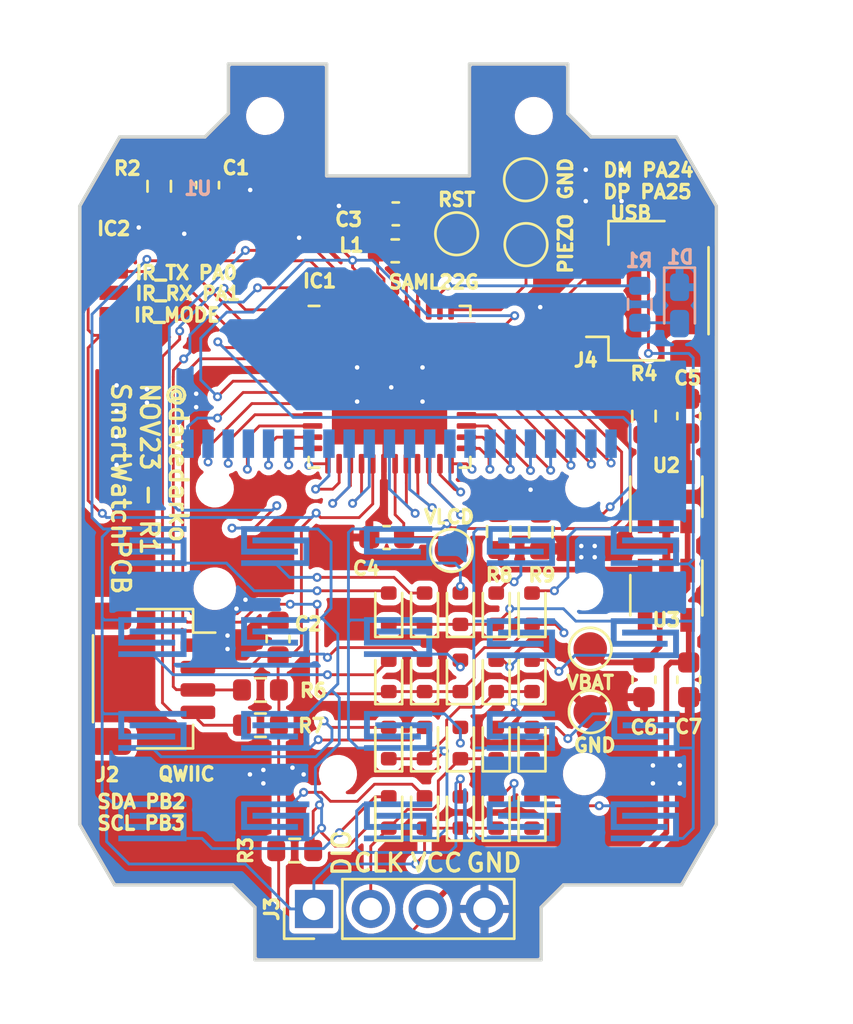
<source format=kicad_pcb>
(kicad_pcb (version 20221018) (generator pcbnew)
  (layers (0 "F.Cu" signal) (31 "B.Cu" signal) (34 "B.Paste" user) (35 "F.Paste" user) (36 "B.SilkS" user "B.Silkscreen") (37 "F.SilkS" user "F.Silkscreen") (38 "B.Mask" user) (39 "F.Mask" user) (44 "Edge.Cuts" user))
  (net 0 "")
  (net 1 "Net-(D1-A)")
  (net 2 "Net-(D3-A)")
  (net 3 "Net-(D4-A)")
  (net 4 "Net-(D5-A)")
  (net 5 "Net-(D6-A)")
  (net 6 "Net-(D7-A)")
  (net 7 "Net-(D8-A)")
  (net 8 "Net-(D9-A)")
  (net 9 "Net-(D10-A)")
  (net 10 "Net-(D11-A)")
  (net 11 "Net-(D12-A)")
  (net 12 "Net-(D13-A)")
  (net 13 "Net-(D14-A)")
  (net 14 "Net-(D15-A)")
  (net 15 "Net-(D16-A)")
  (net 16 "Net-(D17-A)")
  (net 17 "Net-(D18-A)")
  (net 18 "Net-(D19-A)")
  (net 19 "Net-(D20-A)")
  (net 20 "Net-(D21-A)")
  (net 21 "Net-(D22-A)")
  (net 22 "Net-(IC1-RESET)")
  (net 23 "GND")
  (net 24 "VCC")
  (net 25 "VCC_CORE")
  (net 26 "VCC_LCD")
  (net 27 "Net-(IC1-PA25)")
  (net 28 "SCL")
  (net 29 "SDA")
  (net 30 "SWDIO")
  (net 31 "SWCLK")
  (net 32 "KEYPAD_3")
  (net 33 "KEYPAD_2")
  (net 34 "KEYPAD_1")
  (net 35 "Net-(IC1-PA24)")
  (net 36 "Net-(IC1-PA22)")
  (net 37 "VDD_OUT")
  (net 38 "LEDbacklight")
  (net 39 "PIEZO")
  (net 40 "IR_TX")
  (net 41 "IR_RX")
  (net 42 "Net-(IC1-PA21)")
  (net 43 "Net-(IC1-PA20)")
  (net 44 "Net-(IC1-PA19)")
  (net 45 "Net-(IC1-PA18)")
  (net 46 "VBUS")
  (net 47 "VBAT")
  (net 48 "Net-(IC1-PA17)")
  (net 49 "Net-(IC1-PA16)")
  (net 50 "Net-(IC1-PA15)")
  (net 51 "Net-(IC1-PA14)")
  (net 52 "Net-(IC1-PA13)")
  (net 53 "Net-(IC1-PA12)")
  (net 54 "Net-(IC1-PB11)")
  (net 55 "Net-(IC1-PA11)")
  (net 56 "Net-(IC1-PA10)")
  (net 57 "Net-(IC1-PA9)")
  (net 58 "Net-(IC1-PA8)")
  (net 59 "Net-(IC1-PA7)")
  (net 60 "Net-(IC1-PA6)")
  (net 61 "Net-(IC1-PA5)")
  (net 62 "Net-(IC1-PA4)")
  (net 63 "Net-(IC1-PB9)")
  (net 64 "Net-(IC1-PB8)")
  (net 65 "Net-(IC1-PA2)")
  (net 67 "Net-(IC2-IRED_ANODE)")
  (net 68 "Net-(U2-PROG)")
  (footprint "Capacitor_SMD:C_0603_1608Metric" (layer "F.Cu") (at 24.3078 22.0856 -90)
    (fp_text reference "C1")
    (fp_text value "100nF")
  )
  (footprint "Resistor_SMD:R_0603_1608Metric" (layer "F.Cu") (at 22.1488 22.1356 90)
    (fp_text reference "R2")
    (fp_text value "R")
  )
  (footprint "TestPoint:TestPoint_Pad_D1.5mm" (layer "F.Cu") (at 38.5064 21.844 90)
    (fp_text reference "TP_PIEZO_GND1" hide)
    (fp_text value "TestPoint" hide)
  )
  (footprint "TestPoint:TestPoint_Pad_D1.5mm" (layer "F.Cu") (at 38.5318 24.7396 90)
    (fp_text reference "TP_PIEZO_SIGNAL1" hide)
    (fp_text value "TestPoint" hide)
  )
  (footprint "TestPoint:TestPoint_Pad_D1.5mm" (layer "F.Cu") (at 35.2 38.4 90)
    (fp_text reference "TP_VLCD1" hide)
    (fp_text value "TestPoint" hide)
  )
  (footprint "Resistor_SMD:R_0603_1608Metric" (layer "F.Cu") (at 28.2 51.8)
    (fp_text reference "R3")
    (fp_text value "R")
  )
  (footprint "Capacitor_SMD:C_0603_1608Metric" (layer "F.Cu") (at 32.3088 37.8206 180)
    (fp_text reference "C4")
    (fp_text value "1uF")
  )
  (footprint "SmartwatchPCB:TFBS4711" (layer "F.Cu") (at 20.1168 27.3686 -90)
    (fp_text reference "IC2")
    (fp_text value "TFBS4711")
  )
  (footprint "Capacitor_SMD:C_0603_1608Metric" (layer "F.Cu") (at 45.8 32.4 90)
    (fp_text reference "C5")
    (fp_text value "100nF")
  )
  (footprint "TestPoint:TestPoint_Pad_D1.5mm" (layer "F.Cu") (at 35.433 24.257 90)
    (fp_text reference "TP_RST1" hide)
    (fp_text value "TestPoint" hide)
  )
  (footprint "Inductor_SMD:L_0603_1608Metric" (layer "F.Cu") (at 32.6898 25.019)
    (fp_text reference "L1")
    (fp_text value "L")
  )
  (footprint "Capacitor_SMD:C_0603_1608Metric" (layer "F.Cu") (at 32.7152 23.368 180)
    (fp_text reference "C3")
    (fp_text value "1uF")
  )
  (footprint "TestPoint:TestPoint_Pad_D1.5mm" (layer "F.Cu") (at 41.4 45.6)
    (fp_text reference "TP_GND1" hide)
    (fp_text value "TestPoint" hide)
  )
  (footprint "Package_TO_SOT_SMD:SOT-23-5" (layer "F.Cu") (at 44.8 40.4 -90)
    (fp_text reference "U3")
    (fp_text value "AP2112K-2.5")
  )
  (footprint "TestPoint:TestPoint_Pad_D1.5mm" (layer "F.Cu") (at 41.4 42.8)
    (fp_text reference "TP_VBAT1" hide)
    (fp_text value "TestPoint" hide)
  )
  (footprint "Package_TO_SOT_SMD:SOT-23-5" (layer "F.Cu") (at 44.8 36 90)
    (fp_text reference "U2")
    (fp_text value "MCP73831-2-OT")
  )
  (footprint "Capacitor_SMD:C_0603_1608Metric" (layer "F.Cu") (at 43.8 44.175 -90)
    (fp_text reference "C6")
    (fp_text value "100nF")
  )
  (footprint "Resistor_SMD:R_0603_1608Metric" (layer "F.Cu") (at 43.8 32.4 90)
    (fp_text reference "R4")
    (fp_text value "R")
  )
  (footprint "Connector_PinHeader_2.54mm:PinHeader_1x04_P2.54mm_Vertical" (layer "F.Cu") (at 29.0576 54.4068 90)
    (fp_text reference "J3")
    (fp_text value "Conn_01x04_Male" hide)
  )
  (footprint "Connector_JST:JST_SH_SM04B-SRSS-TB_1x04-1MP_P1.00mm_Horizontal" (layer "F.Cu") (at 21.876 44.1278 -90)
    (fp_text reference "J2")
    (fp_text value "Conn_01x04_Male" hide)
  )
  (footprint "Capacitor_SMD:C_0603_1608Metric" (layer "F.Cu") (at 45.8 44.175 -90)
    (fp_text reference "C7")
    (fp_text value "100nF")
  )
  (footprint "Package_DFN_QFN:QFN-48-1EP_7x7mm_P0.5mm_EP5.15x5.15mm" (layer "F.Cu") (at 32.4358 31.0896)
    (fp_text reference "IC1")
    (fp_text value "SAML22G")
  )
  (footprint "Resistor_SMD:R_0603_1608Metric" (layer "F.Cu") (at 26.67 44.6278)
    (fp_text reference "R6")
    (fp_text value "R" hide)
  )
  (footprint "Resistor_SMD:R_0603_1608Metric" (layer "F.Cu") (at 26.67 46.2026)
    (fp_text reference "R7")
    (fp_text value "R" hide)
  )
  (footprint "Capacitor_SMD:C_0603_1608Metric" (layer "F.Cu") (at 27.4574 42.3542 90)
    (fp_text reference "C2")
    (fp_text value "10uF")
  )
  (footprint "Resistor_SMD:R_0603_1608Metric" (layer "F.Cu") (at 37.3126 37.5544 -90)
    (fp_text reference "R8")
    (fp_text value "R" hide)
  )
  (footprint "Resistor_SMD:R_0603_1608Metric" (layer "F.Cu") (at 39.1922 37.5798 90)
    (fp_text reference "R9")
    (fp_text value "R" hide)
  )
  (footprint "Diode_SMD:D_SOD-523" (layer "F.Cu") (at 32.4 47 90)
    (fp_text reference "D21" hide)
    (fp_text value "1N4148WT" hide)
  )
  (footprint "Diode_SMD:D_SOD-523" (layer "F.Cu") (at 38.8 47 90)
    (fp_text reference "D5" hide)
    (fp_text value "1N4148WT" hide)
  )
  (footprint "Connector_JST:JST_SH_SM04B-SRSS-TB_1x04-1MP_P1.00mm_Horizontal" (layer "F.Cu") (at 44 26.8 90)
    (fp_text reference "J4")
    (fp_text value "Conn_01x04_Socket")
  )
  (footprint "Diode_SMD:D_SOD-523" (layer "F.Cu") (at 38.8 41 90)
    (fp_text reference "D3" hide)
    (fp_text value "1N4148WT" hide)
  )
  (footprint "Diode_SMD:D_SOD-523" (layer "F.Cu") (at 37.2 41 90)
    (fp_text reference "D7" hide)
    (fp_text value "1N4148WT" hide)
  )
  (footprint "Diode_SMD:D_SOD-523" (layer "F.Cu") (at 34 47 90)
    (fp_text reference "D17" hide)
    (fp_text value "1N4148WT" hide)
  )
  (footprint "Diode_SMD:D_SOD-523" (layer "F.Cu") (at 34 44 90)
    (fp_text reference "D16" hide)
    (fp_text value "1N4148WT" hide)
  )
  (footprint "Diode_SMD:D_SOD-523" (layer "F.Cu") (at 37.2 50.1 90)
    (fp_text reference "D10" hide)
    (fp_text value "1N4148WT" hide)
  )
  (footprint "Diode_SMD:D_SOD-523" (layer "F.Cu") (at 32.4 44 90)
    (fp_text reference "D20" hide)
    (fp_text value "1N4148WT" hide)
  )
  (footprint "Diode_SMD:D_SOD-523" (layer "F.Cu") (at 34 41 90)
    (fp_text reference "D15" hide)
    (fp_text value "1N4148WT" hide)
  )
  (footprint "Diode_SMD:D_SOD-523" (layer "F.Cu") (at 38.8 50.1 90)
    (fp_text reference "D6" hide)
    (fp_text value "1N4148WT" hide)
  )
  (footprint "Diode_SMD:D_SOD-523" (layer "F.Cu") (at 35.6 50.1 90)
    (fp_text reference "D14" hide)
    (fp_text value "1N4148WT" hide)
  )
  (footprint "Diode_SMD:D_SOD-523" (layer "F.Cu") (at 37.2 47 90)
    (fp_text reference "D9" hide)
    (fp_text value "1N4148WT" hide)
  )
  (footprint "Diode_SMD:D_SOD-523" (layer "F.Cu") (at 32.4 41 90)
    (fp_text reference "D19" hide)
    (fp_text value "1N4148WT" hide)
  )
  (footprint "Diode_SMD:D_SOD-523" (layer "F.Cu") (at 35.6 44 90)
    (fp_text reference "D12" hide)
    (fp_text value "1N4148WT" hide)
  )
  (footprint "Diode_SMD:D_SOD-523" (layer "F.Cu") (at 38.8 44 90)
    (fp_text reference "D4" hide)
    (fp_text value "1N4148WT" hide)
  )
  (footprint "Diode_SMD:D_SOD-523" (layer "F.Cu") (at 35.6 41 90)
    (fp_text reference "D11" hide)
    (fp_text value "1N4148WT" hide)
  )
  (footprint "Diode_SMD:D_SOD-523" (layer "F.Cu") (at 34 50.1 90)
    (fp_text reference "D18" hide)
    (fp_text value "1N4148WT" hide)
  )
  (footprint "Diode_SMD:D_SOD-523" (layer "F.Cu") (at 35.6 47 90)
    (fp_text reference "D13" hide)
    (fp_text value "1N4148WT" hide)
  )
  (footprint "Diode_SMD:D_SOD-523" (layer "F.Cu") (at 32.4 50.1 90)
    (fp_text reference "D22" hide)
    (fp_text value "1N4148WT" hide)
  )
  (footprint "Diode_SMD:D_SOD-523" (layer "F.Cu") (at 37.2 44 90)
    (fp_text reference "D8" hide)
    (fp_text value "1N4148WT" hide)
  )
  (footprint "SmartwatchPCB:button" (layer "B.Cu") (at 38.3032 50.4952 180)
    (fp_text reference "SW_0" hide)
    (fp_text value "SW_Push" hide)
  )
  (footprint "SmartwatchPCB:button" (layer "B.Cu") (at 38.3032 46.4566 180)
    (fp_text reference "SW_1" hide)
    (fp_text value "SW_Push" hide)
  )
  (footprint "SmartwatchPCB:button" (layer "B.Cu") (at 32.8168 46.4566 180)
    (fp_text reference "SW_2" hide)
    (fp_text value "SW_Push" hide)
  )
  (footprint "SmartwatchPCB:button" (layer "B.Cu") (at 27.3304 46.4566)
    (fp_text reference "SW_3" hide)
    (fp_text value "SW_Push" hide)
  )
  (footprint "SmartwatchPCB:button" (layer "B.Cu") (at 38.3032 42.3164)
    (fp_text reference "SW_4" hide)
    (fp_text value "SW_Push" hide)
  )
  (footprint "SmartwatchPCB:button" (layer "B.Cu") (at 32.8168 42.2656)
    (fp_text reference "SW_5" hide)
    (fp_text value "SW_Push" hide)
  )
  (footprint "SmartwatchPCB:button" (layer "B.Cu") (at 27.3304 42.2656)
    (fp_text reference "SW_6" hide)
    (fp_text value "SW_Push" hide)
  )
  (footprint "SmartwatchPCB:button" (layer "B.Cu") (at 38.3032 38.2016)
    (fp_text reference "SW_7" hide)
    (fp_text value "SW_Push" hide)
  )
  (footprint "SmartwatchPCB:button" (layer "B.Cu") (at 32.8168 38.2016)
    (fp_text reference "SW_8" hide)
    (fp_text value "SW_Push" hide)
  )
  (footprint "SmartwatchPCB:button" (layer "B.Cu") (at 27.3304 38.2016)
    (fp_text reference "SW_9" hide)
    (fp_text value "SW_Push" hide)
  )
  (footprint "SmartwatchPCB:button" (layer "B.Cu") (at 21.844 50.4952)
    (fp_text reference "SW_ADD1" hide)
    (fp_text value "SW_Push" hide)
  )
  (footprint "SmartwatchPCB:button" (layer "B.Cu") (at 21.844 38.2016)
    (fp_text reference "SW_DIV1" hide)
    (fp_text value "SW_Push" hide)
  )
  (footprint "SmartwatchPCB:button" (layer "B.Cu") (at 32.8168 50.4952 180)
    (fp_text reference "SW_DOT1" hide)
    (fp_text value "SW_Push" hide)
  )
  (footprint "SmartwatchPCB:button" (layer "B.Cu") (at 27.3304 50.4952 180)
    (fp_text reference "SW_EQ1" hide)
    (fp_text value "SW_Push" hide)
  )
  (footprint "SmartwatchPCB:button" (layer "B.Cu") (at 43.8404 42.3164)
    (fp_text reference "SW_M1" hide)
    (fp_text value "SW_Push" hide)
  )
  (footprint "SmartwatchPCB:button" (layer "B.Cu") (at 43.8404 50.4952 180)
    (fp_text reference "SW_ON1" hide)
    (fp_text value "SW_Push" hide)
  )
  (footprint "SmartwatchPCB:button" (layer "B.Cu") (at 43.8404 38.2016 180)
    (fp_text reference "SW_S1" hide)
    (fp_text value "SW_Push" hide)
  )
  (footprint "SmartwatchPCB:button" (layer "B.Cu") (at 43.8658 46.4566 180)
    (fp_text reference "SW_SQRT1" hide)
    (fp_text value "SW_Push" hide)
  )
  (footprint "SmartwatchPCB:button" (layer "B.Cu") (at 21.844 46.4566)
    (fp_text reference "SW_SUB1" hide)
    (fp_text value "SW_Push" hide)
  )
  (footprint "SmartwatchPCB:button" (layer "B.Cu") (at 21.844 42.2656)
    (fp_text reference "SW_MUL1" hide)
    (fp_text value "SW_Push" hide)
  )
  (footprint "LED_SMD:LED_0603_1608Metric_Castellated" (layer "B.Cu") (at 45.3898 27.4571 -90)
    (fp_text reference "D1")
    (fp_text value "LED" hide)
  )
  (footprint "Resistor_SMD:R_0603_1608Metric" (layer "B.Cu") (at 43.6118 27.4066 -90)
    (fp_text reference "R1")
    (fp_text value "R")
  )
  (footprint "SmartwatchPCB:display_MOUNT" (layer "B.Cu") (at 32.8803 33.6296 180)
    (fp_text reference "U1")
    (fp_text value "LCD")
  )
  (gr_line (start 36.005359 21.672463) (end 29.627359 21.672463) (stroke (width 0.15)) (layer "Edge.Cuts"))
  (gr_line (start 26.425959 56.680462) (end 39.207359 56.680462) (stroke (width 0.15)) (layer "Edge.Cuts"))
  (gr_line (start 20.154759 53.332463) (end 25.425759 53.332463) (stroke (width 0.15)) (layer "Edge.Cuts"))
  (gr_line (start 24.193959 19.931462) (end 20.381559 19.931462) (stroke (width 0.15)) (layer "Edge.Cuts"))
  (gr_line (start 39.207359 54.332463) (end 40.208359 53.332463) (stroke (width 0.15)) (layer "Edge.Cuts"))
  (gr_line (start 25.238759 16.675462) (end 25.238759 16.675462) (stroke (width 0.15)) (layer "Edge.Cuts"))
  (gr_line (start 29.627359 21.672463) (end 29.627359 16.675462) (stroke (width 0.15)) (layer "Edge.Cuts"))
  (gr_line (start 40.208359 53.332463) (end 45.479359 53.332463) (stroke (width 0.15)) (layer "Edge.Cuts"))
  (gr_line (start 47.034359 23.018463) (end 45.252359 19.931462) (stroke (width 0.15)) (layer "Edge.Cuts"))
  (gr_line (start 39.207359 56.680462) (end 39.207359 54.332463) (stroke (width 0.15)) (layer "Edge.Cuts"))
  (gr_line (start 29.627359 16.675462) (end 25.238759 16.675462) (stroke (width 0.15)) (layer "Edge.Cuts"))
  (gr_line (start 41.439359 19.931462) (end 40.395359 18.886462) (stroke (width 0.15)) (layer "Edge.Cuts"))
  (gr_line (start 18.599359 50.638462) (end 20.154759 53.332463) (stroke (width 0.15)) (layer "Edge.Cuts"))
  (gr_line (start 25.425759 53.332463) (end 26.425959 54.332463) (stroke (width 0.15)) (layer "Edge.Cuts"))
  (gr_line (start 47.034359 50.638462) (end 47.034359 23.018463) (stroke (width 0.15)) (layer "Edge.Cuts"))
  (gr_line (start 45.252359 19.931462) (end 41.439359 19.931462) (stroke (width 0.15)) (layer "Edge.Cuts"))
  (gr_line (start 18.599359 23.018463) (end 18.599359 50.638462) (stroke (width 0.15)) (layer "Edge.Cuts"))
  (gr_line (start 26.425959 54.332463) (end 26.425959 56.680462) (stroke (width 0.15)) (layer "Edge.Cuts"))
  (gr_line (start 40.395359 16.675462) (end 36.005359 16.675462) (stroke (width 0.15)) (layer "Edge.Cuts"))
  (gr_line (start 40.395359 18.886462) (end 40.395359 16.675462) (stroke (width 0.15)) (layer "Edge.Cuts"))
  (gr_line (start 45.479359 53.332463) (end 47.034359 50.638462) (stroke (width 0.15)) (layer "Edge.Cuts"))
  (gr_line (start 20.381559 19.931462) (end 18.599359 23.018463) (stroke (width 0.15)) (layer "Edge.Cuts"))
  (gr_line (start 36.005359 16.675462) (end 36.005359 21.672463) (stroke (width 0.15)) (layer "Edge.Cuts"))
  (gr_line (start 25.238759 16.675462) (end 25.238759 18.886462) (stroke (width 0.15)) (layer "Edge.Cuts"))
  (gr_line (start 25.238759 18.886462) (end 24.193959 19.931462) (stroke (width 0.15)) (layer "Edge.Cuts"))
  (gr_text "CLK" (at 31.9692 52.3494) (layer "F.SilkS") (effects (font (size 0.8 0.8))))
  (gr_text "VCC" (at 34.5346 52.3494) (layer "F.SilkS") (effects (font (size 0.8 0.8))))
  (gr_text "GND" (at 37.1 52.3494) (layer "F.SilkS") (effects (font (size 0.8 0.8))))
  (gr_text "USB" (at 42.215 23.69) (layer "F.SilkS") (effects (font (size 0.6 0.6) (thickness 0.15) bold) (justify left bottom)))
  (gr_text "DM PA24\nDP PA25" (at 41.9 21.9) (layer "F.SilkS") (effects (font (size 0.6 0.6)) (justify left)))
  (gr_text "VLCD" (at 35.1 36.9) (layer "F.SilkS") (effects (font (size 0.6 0.6))))
  (gr_text "VBAT" (at 41.4 44.3) (layer "F.SilkS") (effects (font (size 0.6 0.6))))
  (gr_text "GND" (at 40.3 21.8 90) (layer "F.SilkS") (effects (font (size 0.6 0.6))))
  (gr_text "DIO" (at 30.3 51.9 90) (layer "F.SilkS") (effects (font (size 0.8 0.8))))
  (gr_text "IR_MODE" (at 22.9362 27.8892) (layer "F.SilkS") (effects (font (size 0.6 0.6))))
  (gr_text "@davedarko\nNOV23 - R1\nSmartWatchPCB" (at 21.717 30.8356 270) (layer "F.SilkS") (effects (font (size 0.8 0.8)) (justify left)))
  (gr_text "RST" (at 35.433 22.733) (layer "F.SilkS") (effects (font (size 0.6 0.6))))
  (gr_text "GND" (at 41.6 47.1) (layer "F.SilkS") (effects (font (size 0.6 0.6))))
  (gr_text "PIEZO" (at 40.3 24.7 90) (layer "F.SilkS") (effects (font (size 0.6 0.6))))
  (gr_text "SAML22G" (at 34.417 26.416) (layer "F.SilkS") (effects (font (size 0.6 0.6))))
  (gr_text "QWIIC" (at 23.368 48.387) (layer "F.SilkS") (effects (font (size 0.6 0.6))))
  (gr_text "SDA PB2\nSCL PB3" (at 19.3 50.1) (layer "F.SilkS") (effects (font (size 0.6 0.6)) (justify left)))
  (gr_text "IR_TX PA0" (at 21 26) (layer "F.SilkS") (effects (font (size 0.6 0.6)) (justify left)))
  (gr_text "IR_RX PA1" (at 21 26.924) (layer "F.SilkS") (effects (font (size 0.6 0.6)) (justify left)))
  (segment (start 43.6118 28.2316) (end 45.3258 28.2316) (width 0.127) (layer "B.Cu") (net 1))
  (segment (start 38.9 40.2) (end 38.8 40.3) (width 0.127) (layer "F.Cu") (net 2))
  (segment (start 39.8 40.2) (end 38.9 40.2) (width 0.127) (layer "F.Cu") (net 2))
  (via (at 39.8 40.2) (size 0.4) (drill 0.2) (layers "F.Cu" "B.Cu") (net 2))
  (segment (start 40.7604 37.4396) (end 40.4 37.8) (width 0.127) (layer "B.Cu") (net 2))
  (segment (start 43.8404 37.4396) (end 40.7604 37.4396) (width 0.127) (layer "B.Cu") (net 2))
  (segment (start 40.4 37.8) (end 40.4 39.6) (width 0.127) (layer "B.Cu") (net 2))
  (segment (start 40.4 39.6) (end 39.8 40.2) (width 0.127) (layer "B.Cu") (net 2))
  (segment (start 40 43.8) (end 39.5 43.3) (width 0.127) (layer "F.Cu") (net 3))
  (segment (start 39.5 43.3) (end 38.8 43.3) (width 0.127) (layer "F.Cu") (net 3))
  (via (at 40 43.8) (size 0.4) (drill 0.2) (layers "F.Cu" "B.Cu") (net 3))
  (segment (start 43.8404 43.0784) (end 40.7216 43.0784) (width 0.127) (layer "B.Cu") (net 3))
  (segment (start 40.7216 43.0784) (end 40 43.8) (width 0.127) (layer "B.Cu") (net 3))
  (segment (start 40.4 46.8) (end 39.9 46.3) (width 0.127) (layer "F.Cu") (net 4))
  (segment (start 39.9 46.3) (end 38.8 46.3) (width 0.127) (layer "F.Cu") (net 4))
  (via (at 40.4 46.8) (size 0.4) (drill 0.2) (layers "F.Cu" "B.Cu") (net 4))
  (segment (start 41.5054 45.6946) (end 40.4 46.8) (width 0.127) (layer "B.Cu") (net 4))
  (segment (start 43.8658 45.6946) (end 41.5054 45.6946) (width 0.127) (layer "B.Cu") (net 4))
  (segment (start 38.8 49.4) (end 39.2 49.8) (width 0.127) (layer "F.Cu") (net 5))
  (segment (start 39.2 49.8) (end 41.8 49.8) (width 0.127) (layer "F.Cu") (net 5))
  (via (at 41.8 49.8) (size 0.4) (drill 0.2) (layers "F.Cu" "B.Cu") (net 5))
  (segment (start 41.8 49.8) (end 43.7736 49.8) (width 0.127) (layer "B.Cu") (net 5))
  (segment (start 43.7736 49.8) (end 43.8404 49.7332) (width 0.127) (layer "B.Cu") (net 5))
  (segment (start 37.7 39.8) (end 37.2 40.3) (width 0.127) (layer "F.Cu") (net 6))
  (segment (start 38 39.8) (end 37.7 39.8) (width 0.127) (layer "F.Cu") (net 6))
  (via (at 38 39.8) (size 0.4) (drill 0.2) (layers "F.Cu" "B.Cu") (net 6))
  (segment (start 38.3032 39.4968) (end 38 39.8) (width 0.127) (layer "B.Cu") (net 6))
  (segment (start 38.3032 38.9636) (end 38.3032 39.4968) (width 0.127) (layer "B.Cu") (net 6))
  (segment (start 37.2 43.3) (end 37.5 43.3) (width 0.127) (layer "F.Cu") (net 7))
  (segment (start 37.5 43.3) (end 37.8 43.6) (width 0.127) (layer "F.Cu") (net 7))
  (via (at 37.8 43.6) (size 0.4) (drill 0.2) (layers "F.Cu" "B.Cu") (net 7))
  (segment (start 37.8 43.6) (end 38.3032 43.0968) (width 0.127) (layer "B.Cu") (net 7))
  (segment (start 38.3032 43.0968) (end 38.3032 43.0784) (width 0.127) (layer "B.Cu") (net 7))
  (segment (start 38 45.5) (end 38 45.2) (width 0.127) (layer "F.Cu") (net 8))
  (segment (start 37.2 46.3) (end 38 45.5) (width 0.127) (layer "F.Cu") (net 8))
  (via (at 38 45.2) (size 0.4) (drill 0.2) (layers "F.Cu" "B.Cu") (net 8))
  (segment (start 38 45.2) (end 38 45.3914) (width 0.127) (layer "B.Cu") (net 8))
  (segment (start 38 45.3914) (end 38.3032 45.6946) (width 0.127) (layer "B.Cu") (net 8))
  (segment (start 37.4 49.4) (end 38 48.8) (width 0.127) (layer "F.Cu") (net 9))
  (segment (start 37.2 49.4) (end 37.4 49.4) (width 0.127) (layer "F.Cu") (net 9))
  (via (at 38 48.8) (size 0.4) (drill 0.2) (layers "F.Cu" "B.Cu") (net 9))
  (segment (start 38 49.6) (end 38.17 49.6) (width 0.127) (layer "B.Cu") (net 9))
  (segment (start 38.17 49.6) (end 38.3032 49.7332) (width 0.127) (layer "B.Cu") (net 9))
  (segment (start 38 48.8) (end 38 49.6) (width 0.127) (layer "B.Cu") (net 9))
  (segment (start 35.6 40) (end 35.6 40.3) (width 0.127) (layer "F.Cu") (net 10))
  (via (at 35.6 40) (size 0.4) (drill 0.2) (layers "F.Cu" "B.Cu") (net 10))
  (segment (start 35.6 39.2) (end 35.6 40) (width 0.127) (layer "B.Cu") (net 10))
  (segment (start 32.8168 38.9636) (end 35.3636 38.9636) (width 0.127) (layer "B.Cu") (net 10))
  (segment (start 35.3636 38.9636) (end 35.6 39.2) (width 0.127) (layer "B.Cu") (net 10))
  (segment (start 35.6 43.6) (end 35.6 43.3) (width 0.127) (layer "F.Cu") (net 11))
  (via (at 35.6 43.6) (size 0.4) (drill 0.2) (layers "F.Cu" "B.Cu") (net 11))
  (segment (start 35.0276 43.0276) (end 35.6 43.6) (width 0.127) (layer "B.Cu") (net 11))
  (segment (start 32.8168 43.0276) (end 35.0276 43.0276) (width 0.127) (layer "B.Cu") (net 11))
  (segment (start 35.6 46.3) (end 35.6 47) (width 0.127) (layer "F.Cu") (net 12))
  (via (at 35.6 47) (size 0.4) (drill 0.2) (layers "F.Cu" "B.Cu") (net 12))
  (segment (start 35.6 47) (end 35.6 46.4) (width 0.127) (layer "B.Cu") (net 12))
  (segment (start 35.6 46.4) (end 34.8946 45.6946) (width 0.127) (layer "B.Cu") (net 12))
  (segment (start 34.8946 45.6946) (end 32.8168 45.6946) (width 0.127) (layer "B.Cu") (net 12))
  (segment (start 35.6 49.4) (end 35.6 48.6) (width 0.127) (layer "F.Cu") (net 13))
  (via (at 35.6 48.6) (size 0.4) (drill 0.2) (layers "F.Cu" "B.Cu") (net 13))
  (segment (start 35.116298 51.883702) (end 31.142302 51.883702) (width 0.127) (layer "B.Cu") (net 13))
  (segment (start 31.2668 49.7332) (end 32.8168 49.7332) (width 0.127) (layer "B.Cu") (net 13))
  (segment (start 30.9678 51.7092) (end 30.9678 50.0322) (width 0.127) (layer "B.Cu") (net 13))
  (segment (start 35.6 48.6) (end 35.4 48.8) (width 0.127) (layer "B.Cu") (net 13))
  (segment (start 35.4 51.6) (end 35.116298 51.883702) (width 0.127) (layer "B.Cu") (net 13))
  (segment (start 30.9678 50.0322) (end 31.2668 49.7332) (width 0.127) (layer "B.Cu") (net 13))
  (segment (start 31.142302 51.883702) (end 30.9678 51.7092) (width 0.127) (layer "B.Cu") (net 13))
  (segment (start 35.4 48.8) (end 35.4 51.6) (width 0.127) (layer "B.Cu") (net 13))
  (segment (start 29.2 39.6) (end 32.634777 39.6) (width 0.127) (layer "F.Cu") (net 14))
  (segment (start 32.634777 39.6) (end 33.334777 40.3) (width 0.127) (layer "F.Cu") (net 14))
  (segment (start 33.334777 40.3) (end 34 40.3) (width 0.127) (layer "F.Cu") (net 14))
  (via (at 29.2 39.6) (size 0.4) (drill 0.2) (layers "F.Cu" "B.Cu") (net 14))
  (segment (start 27.9668 39.6) (end 29.2 39.6) (width 0.127) (layer "B.Cu") (net 14))
  (segment (start 27.3304 38.9636) (end 27.9668 39.6) (width 0.127) (layer "B.Cu") (net 14))
  (segment (start 33.4365 42.7365) (end 30.102512 42.7365) (width 0.127) (layer "F.Cu") (net 15))
  (segment (start 30.102512 42.7365) (end 29.663 43.176012) (width 0.127) (layer "F.Cu") (net 15))
  (segment (start 34 43.3) (end 33.4365 42.7365) (width 0.127) (layer "F.Cu") (net 15))
  (via (at 29.663 43.176012) (size 0.4) (drill 0.2) (layers "F.Cu" "B.Cu") (net 15))
  (segment (start 29.514588 43.0276) (end 29.663 43.176012) (width 0.127) (layer "B.Cu") (net 15))
  (segment (start 27.3304 43.0276) (end 29.514588 43.0276) (width 0.127) (layer "B.Cu") (net 15))
  (segment (start 29.250744 46.850744) (end 29.2635 46.8635) (width 0.127) (layer "F.Cu") (net 16))
  (segment (start 33.4365 46.8635) (end 34 46.3) (width 0.127) (layer "F.Cu") (net 16))
  (segment (start 29.2635 46.8635) (end 33.4365 46.8635) (width 0.127) (layer "F.Cu") (net 16))
  (via (at 29.250744 46.850744) (size 0.4) (drill 0.2) (layers "F.Cu" "B.Cu") (net 16))
  (segment (start 27.3304 47.2186) (end 28.882888 47.2186) (width 0.127) (layer "B.Cu") (net 16))
  (segment (start 28.882888 47.2186) (end 29.250744 46.850744) (width 0.127) (layer "B.Cu") (net 16))
  (segment (start 31.7635 48.8365) (end 31 49.6) (width 0.127) (layer "F.Cu") (net 17))
  (segment (start 34 49.4) (end 33.4365 48.8365) (width 0.127) (layer "F.Cu") (net 17))
  (segment (start 33.4365 48.8365) (end 31.7635 48.8365) (width 0.127) (layer "F.Cu") (net 17))
  (segment (start 31 49.6) (end 29.800706 49.6) (width 0.127) (layer "F.Cu") (net 17))
  (segment (start 29.800706 49.6) (end 29.400706 49.2) (width 0.127) (layer "F.Cu") (net 17))
  (segment (start 29.400706 49.2) (end 28.6 49.2) (width 0.127) (layer "F.Cu") (net 17))
  (via (at 28.6 49.2) (size 0.4) (drill 0.2) (layers "F.Cu" "B.Cu") (net 17))
  (segment (start 28.0668 49.7332) (end 28.6 49.2) (width 0.127) (layer "B.Cu") (net 17))
  (segment (start 27.3304 49.7332) (end 28.0668 49.7332) (width 0.127) (layer "B.Cu") (net 17))
  (segment (start 32.3 40.2) (end 32.4 40.3) (width 0.127) (layer "F.Cu") (net 18))
  (segment (start 29.2 40.2) (end 32.3 40.2) (width 0.127) (layer "F.Cu") (net 18))
  (via (at 29.2 40.2) (size 0.4) (drill 0.2) (layers "F.Cu" "B.Cu") (net 18))
  (segment (start 26.3888 40.2) (end 29.2 40.2) (width 0.127) (layer "B.Cu") (net 18))
  (segment (start 25.1524 38.9636) (end 26.3888 40.2) (width 0.127) (layer "B.Cu") (net 18))
  (segment (start 21.844 38.9636) (end 25.1524 38.9636) (width 0.127) (layer "B.Cu") (net 18))
  (segment (start 31.751266 43.948734) (end 29.663 43.948734) (width 0.127) (layer "F.Cu") (net 19))
  (segment (start 32.4 43.3) (end 31.751266 43.948734) (width 0.127) (layer "F.Cu") (net 19))
  (via (at 29.663 43.948734) (size 0.4) (drill 0.2) (layers "F.Cu" "B.Cu") (net 19))
  (segment (start 21.844 43.0276) (end 22.765134 43.948734) (width 0.127) (layer "B.Cu") (net 19))
  (segment (start 22.765134 43.948734) (end 29.663 43.948734) (width 0.127) (layer "B.Cu") (net 19))
  (segment (start 32.4 46.3) (end 29.802463 46.3) (width 0.127) (layer "F.Cu") (net 20))
  (segment (start 29.802463 46.3) (end 29.513875 46.011412) (width 0.127) (layer "F.Cu") (net 20))
  (via (at 29.513875 46.011412) (size 0.4) (drill 0.2) (layers "F.Cu" "B.Cu") (net 20))
  (segment (start 29.146174 47.6101) (end 29.863 46.893274) (width 0.127) (layer "B.Cu") (net 20))
  (segment (start 29.863 46.893274) (end 29.863 46.360537) (width 0.127) (layer "B.Cu") (net 20))
  (segment (start 21.844 47.2186) (end 22.2355 47.6101) (width 0.127) (layer "B.Cu") (net 20))
  (segment (start 29.863 46.360537) (end 29.513875 46.011412) (width 0.127) (layer "B.Cu") (net 20))
  (segment (start 22.2355 47.6101) (end 29.146174 47.6101) (width 0.127) (layer "B.Cu") (net 20))
  (segment (start 31.8 49.4) (end 32.4 49.4) (width 0.127) (layer "F.Cu") (net 21))
  (segment (start 30.2 51) (end 31.8 49.4) (width 0.127) (layer "F.Cu") (net 21))
  (via (at 30.2 51) (size 0.4) (drill 0.2) (layers "F.Cu" "B.Cu") (net 21))
  (segment (start 24.5102 51.7102) (end 29.4898 51.7102) (width 0.127) (layer "B.Cu") (net 21))
  (segment (start 29.4898 51.7102) (end 30.2 51) (width 0.127) (layer "B.Cu") (net 21))
  (segment (start 21.844 51.2572) (end 24.0572 51.2572) (width 0.127) (layer "B.Cu") (net 21))
  (segment (start 24.0572 51.2572) (end 24.5102 51.7102) (width 0.127) (layer "B.Cu") (net 21))
  (segment (start 33.6858 26.2582) (end 35.306 24.638) (width 0.127) (layer "F.Cu") (net 22))
  (segment (start 33.6858 27.6521) (end 33.6858 26.2582) (width 0.127) (layer "F.Cu") (net 22))
  (segment (start 32.6858 23.8974) (end 32.6858 26.7756) (width 0.127) (layer "F.Cu") (net 23))
  (segment (start 39.397 38.2) (end 39.1922 38.4048) (width 0.254) (layer "F.Cu") (net 23))
  (segment (start 44.8 39.3) (end 44.8 38.2) (width 0.254) (layer "F.Cu") (net 23))
  (segment (start 41 38.2) (end 39.397 38.2) (width 0.254) (layer "F.Cu") (net 23))
  (segment (start 35.8733 28.8396) (end 36.8448 28.8396) (width 0.127) (layer "F.Cu") (net 23))
  (segment (start 32.1858 34.5271) (end 32.1858 36.4831) (width 0.127) (layer "F.Cu") (net 23))
  (segment (start 41.6 38.2) (end 41 38.2) (width 0.254) (layer "F.Cu") (net 23))
  (segment (start 39.1668 27.7241) (end 39.1668 27.5336) (width 0.127) (layer "F.Cu") (net 23))
  (segment (start 32.3088 23.5204) (end 32.6858 23.8974) (width 0.127) (layer "F.Cu") (net 23))
  (segment (start 31.9402 23.5204) (end 32.3088 23.5204) (width 0.127) (layer "F.Cu") (net 23))
  (segment (start 36.8448 28.8396) (end 38.0513 28.8396) (width 0.127) (layer "F.Cu") (net 23))
  (segment (start 32.6858 27.6521) (end 32.6858 28.7996) (width 0.127) (layer "F.Cu") (net 23))
  (segment (start 28.9983 30.3396) (end 30.0108 30.3396) (width 0.127) (layer "F.Cu") (net 23))
  (segment (start 32.6858 26.7756) (end 32.6858 27.6521) (width 0.127) (layer "F.Cu") (net 23))
  (segment (start 31.5468 37.1221) (end 31.5468 37.8206) (width 0.127) (layer "F.Cu") (net 23))
  (segment (start 20.1168 29.7436) (end 20.1168 30.8991) (width 0.127) (layer "F.Cu") (net 23))
  (segment (start 44.8 38.2) (end 41.6 38.2) (width 0.254) (layer "F.Cu") (net 23))
  (segment (start 38.0513 28.8396) (end 39.1668 27.7241) (width 0.127) (layer "F.Cu") (net 23))
  (segment (start 44.8 38.2) (end 44.8 37.1) (width 0.254) (layer "F.Cu") (net 23))
  (segment (start 20.1168 30.8991) (end 20.2438 31.0261) (width 0.127) (layer "F.Cu") (net 23))
  (segment (start 32.1858 36.4831) (end 31.5468 37.1221) (width 0.127) (layer "F.Cu") (net 23))
  (segment (start 32.1858 34.5271) (end 32.1858 33.3796) (width 0.127) (layer "F.Cu") (net 23))
  (segment (start 35.8733 28.8396) (end 34.8848 28.8396) (width 0.127) (layer "F.Cu") (net 23))
  (via (at 20.2438 34.5821) (size 0.4) (drill 0.2) (layers "F.Cu" "B.Cu") (net 23))
  (via (at 25.6 41) (size 0.4) (drill 0.2) (layers "F.Cu" "B.Cu") (net 23))
  (via (at 20.2438 32.1691) (size 0.4) (drill 0.2) (layers "F.Cu" "B.Cu") (net 23))
  (via (at 33.909 31.75) (size 0.4) (drill 0.2) (layers "F.Cu" "B.Cu") (net 23))
  (via (at 20.2438 31.0261) (size 0.4) (drill 0.2) (layers "F.Cu" "B.Cu") (net 23))
  (via (at 30.988 30.226) (size 0.4) (drill 0.2) (layers "F.Cu" "B.Cu") (net 23))
  (via (at 26.8 48.2) (size 0.4) (drill 0.2) (layers "F.Cu" "B.Cu") (net 23))
  (via (at 23.8 31.4) (size 0.4) (drill 0.2) (layers "F.Cu" "B.Cu") (net 23))
  (via (at 41 38.2) (size 0.4) (drill 0.2) (layers "F.Cu" "B.Cu") (net 23))
  (via (at 41.2 22.8) (size 0.4) (drill 0.2) (layers "F.Cu" "B.Cu") (net 23))
  (via (at 41.6 38.2) (size 0.4) (drill 0.2) (layers "F.Cu" "B.Cu") (net 23))
  (via (at 41 38.7) (size 0.4) (drill 0.2) (layers "F.Cu" "B.Cu") (net 23))
  (via (at 26 40.6) (size 0.4) (drill 0.2) (layers "F.Cu" "B.Cu") (net 23))
  (via (at 26.2128 22.3012) (size 0.4) (drill 0.2) (layers "F.Cu" "B.Cu") (net 23))
  (via (at 23.2664 24.257) (size 0.4) (drill 0.2) (layers "F.Cu" "B.Cu") (net 23))
  (via (at 25.2 42.2) (size 0.4) (drill 0.2) (layers "F.Cu" "B.Cu") (net 23))
  (via (at 41.2 21.4) (size 0.4) (drill 0.2) (layers "F.Cu" "B.Cu") (net 23))
  (via (at 41.6 38.7) (size 0.4) (drill 0.2) (layers "F.Cu" "B.Cu") (net 23))
  (via (at 44.2 48) (size 0.4) (drill 0.2) (layers "F.Cu" "B.Cu") (net 23))
  (via (at 38.735 35.687) (size 0.4) (drill 0.2) (layers "F.Cu" "B.Cu") (net 23))
  (via (at 30.1752 23.0124) (size 0.4) (drill 0.2) (layers "F.Cu" "B.Cu") (net 23))
  (via (at 33.909 30.226) (size 0.4) (drill 0.2) (layers "F.Cu" "B.Cu") (net 23))
  (via (at 45.4 48) (size 0.4) (drill 0.2) (layers "F.Cu" "B.Cu") (net 23))
  (via (at 32.512 31.115) (size 0.4) (drill 0.2) (layers "F.Cu" "B.Cu") (net 23))
  (via (at 42.8 21.4) (size 0.4) (drill 0.2) (layers "F.Cu" "B.Cu") (net 23))
  (via (at 26.8 48.8) (size 0.4) (drill 0.2) (layers "F.Cu" "B.Cu") (net 23))
  (via (at 44.2 48.8) (size 0.4) (drill 0.2) (layers "F.Cu" "B.Cu") (net 23))
  (via (at 28.1 48.1) (size 0.4) (drill 0.2) (layers "F.Cu" "B.Cu") (net 23))
  (via (at 30.988 31.75) (size 0.4) (drill 0.2) (layers "F.Cu" "B.Cu") (net 23))
  (via (at 21.2344 23.9776) (size 0.4) (drill 0.2) (layers "F.Cu" "B.Cu") (net 23))
  (via (at 20.2438 33.3121) (size 0.4) (drill 0.2) (layers "F.Cu" "B.Cu") (net 23))
  (via (at 42.8 22.8) (size 0.4) (drill 0.2) (layers "F.Cu" "B.Cu") (net 23))
  (via (at 23.8 32) (size 0.4) (drill 0.2) (layers "F.Cu" "B.Cu") (net 23))
  (via (at 28.3972 24.4348) (size 0.4) (drill 0.2) (layers "F.Cu" "B.Cu") (net 23))
  (via (at 45.4 48.8) (size 0.4) (drill 0.2) (layers "F.Cu" "B.Cu") (net 23))
  (via (at 21.6 31.2) (size 0.4) (drill 0.2) (layers "F.Cu" "B.Cu") (net 23))
  (via (at 21.6 31.8) (size 0.4) (drill 0.2) (layers "F.Cu" "B.Cu") (net 23))
  (via (at 39.1668 27.5336) (size 0.4) (drill 0.2) (layers "F.Cu" "B.Cu") (net 23))
  (via (at 25.2 42.8) (size 0.4) (drill 0.2) (layers "F.Cu" "B.Cu") (net 23))
  (via (at 28.6 48.4) (size 0.4) (drill 0.2) (layers "F.Cu" "B.Cu") (net 23))
  (via (at 26.2 48.4) (size 0.4) (drill 0.2) (layers "F.Cu" "B.Cu") (net 23))
  (segment (start 31.6858 26.6566) (end 30.7848 25.7556) (width 0.127) (layer "F.Cu") (net 24))
  (segment (start 27.9654 55.9816) (end 27.4828 55.499) (width 0.127) (layer "F.Cu") (net 24))
  (segment (start 19.218369 28.7936) (end 18.974369 28.5496) (width 0.127) (layer "F.Cu") (net 24))
  (segment (start 29.3624 36.9316) (end 29.1592 36.7284) (width 0.127) (layer "F.Cu") (net 24))
  (segment (start 24.3078 21.3106) (end 26.6573 21.3106) (width 0.127) (layer "F.Cu") (net 24))
  (segment (start 18.974369 28.5496) (end 18.974369 23.342031) (width 0.127) (layer "F.Cu") (net 24))
  (segment (start 44.8 43.6) (end 45 43.4) (width 0.254) (layer "F.Cu") (net 24))
  (segment (start 27.4574 43.1292) (end 27.4574 44.5516) (width 0.127) (layer "F.Cu") (net 24))
  (segment (start 37.5988 28.3396) (end 38.0238 27.9146) (width 0.127) (layer "F.Cu") (net 24))
  (segment (start 28.009058 43.1292) (end 28.4988 42.639458) (width 0.127) (layer "F.Cu") (net 24))
  (segment (start 44.8 51) (end 44.8 43.6) (width 0.254) (layer "F.Cu") (net 24))
  (segment (start 34.1376 54.4068) (end 36.5444 52) (width 0.254) (layer "F.Cu") (net 24))
  (segment (start 31.074802 36.9316) (end 29.3624 36.9316) (width 0.127) (layer "F.Cu") (net 24))
  (segment (start 26.6573 21.3106) (end 30.7848 25.4381) (width 0.127) (layer "F.Cu") (net 24))
  (segment (start 32.9184 55.9816) (end 34.036 54.7624) (width 0.127) (layer "F.Cu") (net 24))
  (segment (start 28.4988 37.3888) (end 29.1592 36.7284) (width 0.127) (layer "F.Cu") (net 24))
  (segment (start 19.5453 36.7411) (end 19.6088 36.7411) (width 0.127) (layer "F.Cu") (net 24))
  (segment (start 35.8733 28.3396) (end 37.5988 28.3396) (width 0.127) (layer "F.Cu") (net 24))
  (segment (start 45.8 41.55) (end 45.75 41.5) (width 0.254) (layer "F.Cu") (net 24))
  (segment (start 32.9184 55.9816) (end 27.9654 55.9816) (width 0.127) (layer "F.Cu") (net 24))
  (segment (start 21.0058 21.3106) (end 22.1488 21.3106) (width 0.127) (layer "F.Cu") (net 24))
  (segment (start 18.974369 29.348529) (end 18.974369 36.170169) (width 0.127) (layer "F.Cu") (net 24))
  (segment (start 43.8 52) (end 44.8 51) (width 0.254) (layer "F.Cu") (net 24))
  (segment (start 19.529298 28.7936) (end 18.974369 29.348529) (width 0.127) (layer "F.Cu") (net 24))
  (segment (start 20.1168 28.7936) (end 19.529298 28.7936) (width 0.127) (layer "F.Cu") (net 24))
  (segment (start 27.4574 43.1292) (end 26.6827 43.1292) (width 0.127) (layer "F.Cu") (net 24))
  (segment (start 22.1488 21.3106) (end 24.3078 21.3106) (width 0.127) (layer "F.Cu") (net 24))
  (segment (start 26.1841 43.6278) (end 23.876 43.6278) (width 0.127) (layer "F.Cu") (net 24))
  (segment (start 26.6827 43.1292) (end 26.1841 43.6278) (width 0.127) (layer "F.Cu") (net 24))
  (segment (start 45.8 43.4) (end 45.8 41.55) (width 0.254) (layer "F.Cu") (net 24))
  (segment (start 20.1168 28.7936) (end 19.218369 28.7936) (width 0.127) (layer "F.Cu") (net 24))
  (segment (start 31.6858 34.5271) (end 31.6858 36.320602) (width 0.127) (layer "F.Cu") (net 24))
  (segment (start 45 43.4) (end 45.8 43.4) (width 0.254) (layer "F.Cu") (net 24))
  (segment (start 25.4468 30.8396) (end 24.7523 31.5341) (width 0.127) (layer "F.Cu") (net 24))
  (segment (start 31.6858 27.6521) (end 31.6858 26.6566) (width 0.127) (layer "F.Cu") (net 24))
  (segment (start 27.4828 55.499) (end 27.4828 46.228) (width 0.127) (layer "F.Cu") (net 24))
  (segment (start 30.7848 25.7556) (end 30.7848 25.4381) (width 0.127) (layer "F.Cu") (net 24))
  (segment (start 36.5444 52) (end 43.8 52) (width 0.254) (layer "F.Cu") (net 24))
  (segment (start 28.4988 42.639458) (end 28.4988 37.3888) (width 0.127) (layer "F.Cu") (net 24))
  (segment (start 27.495 46.2026) (end 27.495 44.767) (width 0.127) (layer "F.Cu") (net 24))
  (segment (start 28.9983 30.8396) (end 25.4468 30.8396) (width 0.127) (layer "F.Cu") (net 24))
  (segment (start 31.6858 36.320602) (end 31.074802 36.9316) (width 0.127) (layer "F.Cu") (net 24))
  (segment (start 18.974369 23.342031) (end 21.0058 21.3106) (width 0.127) (layer "F.Cu") (net 24))
  (segment (start 18.974369 36.170169) (end 19.5453 36.7411) (width 0.127) (layer "F.Cu") (net 24))
  (segment (start 27.4574 43.1292) (end 28.009058 43.1292) (width 0.127) (layer "F.Cu") (net 24))
  (via (at 19.6088 36.7411) (size 0.4) (drill 0.2) (layers "F.Cu" "B.Cu") (net 24))
  (via (at 30.7848 25.4381) (size 0.4) (drill 0.2) (layers "F.Cu" "B.Cu") (net 24))
  (via (at 38.0238 27.9146) (size 0.4) (drill 0.2) (layers "F.Cu" "B.Cu") (net 24))
  (via (at 29.1592 36.7284) (size 0.4) (drill 0.2) (layers "F.Cu" "B.Cu") (net 24))
  (via (at 24.7523 31.5341) (size 0.4) (drill 0.2) (layers "F.Cu" "B.Cu") (net 24))
  (segment (start 28.961099 36.926501) (end 29.1592 36.7284) (width 0.127) (layer "B.Cu") (net 24))
  (segment (start 19.6088 36.7411) (end 19.794201 36.926501) (width 0.127) (layer "B.Cu") (net 24))
  (segment (start 24.7523 31.5341) (end 24.003 30.7848) (width 0.127) (layer "B.Cu") (net 24))
  (segment (start 38.0238 27.9146) (end 34.1503 27.9146) (width 0.127) (layer "B.Cu") (net 24))
  (segment (start 31.6738 25.4381) (end 30.7848 25.4381) (width 0.127) (layer "B.Cu") (net 24))
  (segment (start 24.003 30.7848) (end 24.003 28.919998) (width 0.127) (layer "B.Cu") (net 24))
  (segment (start 25.167988 27.75501) (end 26.34699 27.75501) (width 0.127) (layer "B.Cu") (net 24))
  (segment (start 19.794201 36.926501) (end 28.961099 36.926501) (width 0.127) (layer "B.Cu") (net 24))
  (segment (start 28.6639 25.4381) (end 30.7848 25.4381) (width 0.127) (layer "B.Cu") (net 24))
  (segment (start 24.003 28.919998) (end 25.167988 27.75501) (width 0.127) (layer "B.Cu") (net 24))
  (segment (start 26.34699 27.75501) (end 28.6639 25.4381) (width 0.127) (layer "B.Cu") (net 24))
  (segment (start 34.1503 27.9146) (end 31.6738 25.4381) (width 0.127) (layer "B.Cu") (net 24))
  (segment (start 33.189869 26.043304) (end 33.4773 25.781) (width 0.127) (layer "F.Cu") (net 25))
  (segment (start 33.4773 25.781) (end 33.4773 25.1841) (width 0.127) (layer "F.Cu") (net 25))
  (segment (start 33.4773 25.1841) (end 33.4773 23.368) (width 0.127) (layer "F.Cu") (net 25))
  (segment (start 33.1858 27.6521) (end 33.189869 26.043304) (width 0.127) (layer "F.Cu") (net 25))
  (segment (start 34.6206 37.8206) (end 35.2 38.4) (width 0.127) (layer "F.Cu") (net 26))
  (segment (start 32.6858 36.8006) (end 33.0708 37.1856) (width 0.127) (layer "F.Cu") (net 26))
  (segment (start 32.6858 34.5271) (end 32.6858 36.8006) (width 0.127) (layer "F.Cu") (net 26))
  (segment (start 33.0838 37.8206) (end 34.6206 37.8206) (width 0.127) (layer "F.Cu") (net 26))
  (segment (start 33.0708 37.1856) (end 33.0708 37.8206) (width 0.127) (layer "F.Cu") (net 26))
  (segment (start 38.0604 29.3396) (end 35.8733 29.3396) (width 0.127) (layer "F.Cu") (net 27))
  (segment (start 42 26.3) (end 41.1 26.3) (width 0.127) (layer "F.Cu") (net 27))
  (segment (start 41.1 26.3) (end 38.0604 29.3396) (width 0.127) (layer "F.Cu") (net 27))
  (segment (start 22.29401 45.20481) (end 22.29401 29.739798) (width 0.127) (layer "F.Cu") (net 28))
  (segment (start 24.13 46.2026) (end 25.8572 46.2026) (width 0.127) (layer "F.Cu") (net 28))
  (segment (start 22.29401 29.739798) (end 23.0625 28.971308) (width 0.127) (layer "F.Cu") (net 28))
  (segment (start 23.876 45.6278) (end 23.876 45.9486) (width 0.127) (layer "F.Cu") (net 28))
  (segment (start 26.000219 27.6521) (end 25.043273 26.695154) (width 0.127) (layer "F.Cu") (net 28))
  (segment (start 29.6858 27.6521) (end 26.000219 27.6521) (width 0.127) (layer "F.Cu") (net 28))
  (segment (start 23.0625 28.971308) (end 23.0625 28.598339) (width 0.127) (layer "F.Cu") (net 28))
  (segment (start 23.876 45.9486) (end 24.13 46.2026) (width 0.127) (layer "F.Cu") (net 28))
  (segment (start 22.7203 45.6311) (end 22.29401 45.20481) (width 0.127) (layer "F.Cu") (net 28))
  (segment (start 23.8633 45.6311) (end 22.7203 45.6311) (width 0.127) (layer "F.Cu") (net 28))
  (via (at 25.043273 26.695154) (size 0.4) (drill 0.2) (layers "F.Cu" "B.Cu") (net 28))
  (via (at 23.0625 28.598339) (size 0.4) (drill 0.2) (layers "F.Cu" "B.Cu") (net 28))
  (segment (start 25.043273 26.695154) (end 24.766588 26.695154) (width 0.127) (layer "B.Cu") (net 28))
  (segment (start 24.766588 26.695154) (end 23.0625 28.399242) (width 0.127) (layer "B.Cu") (net 28))
  (segment (start 23.0625 28.399242) (end 23.0625 28.598339) (width 0.127) (layer "B.Cu") (net 28))
  (segment (start 30.1858 27.215308) (end 30.1858 27.6521) (width 0.127) (layer "F.Cu") (net 29))
  (segment (start 26.543 26.67) (end 29.640492 26.67) (width 0.127) (layer "F.Cu") (net 29))
  (segment (start 23.241 29.845) (end 22.7838 30.353) (width 0.127) (layer "F.Cu") (net 29))
  (segment (start 29.640492 26.67) (end 30.1858 27.215308) (width 0.127) (layer "F.Cu") (net 29))
  (segment (start 23.876 44.6278) (end 25.8064 44.6278) (width 0.127) (layer "F.Cu") (net 29))
  (segment (start 22.77599 44.48029) (end 22.9108 44.6151) (width 0.127) (layer "F.Cu") (net 29))
  (segment (start 22.77599 30.6451) (end 22.77599 44.48029) (width 0.127) (layer "F.Cu") (net 29))
  (segment (start 22.7838 30.353) (end 22.77599 30.6451) (width 0.127) (layer "F.Cu") (net 29))
  (segment (start 22.9108 44.6151) (end 23.7998 44.6151) (width 0.127) (layer "F.Cu") (net 29))
  (via (at 26.543 26.67) (size 0.4) (drill 0.2) (layers "F.Cu" "B.Cu") (net 29))
  (via (at 23.241 29.845) (size 0.4) (drill 0.2) (layers "F.Cu" "B.Cu") (net 29))
  (segment (start 23.241 29.845) (end 23.519442 29.566558) (width 0.127) (layer "B.Cu") (net 29))
  (segment (start 25.908 27.305) (end 26.543 26.67) (width 0.127) (layer "B.Cu") (net 29))
  (segment (start 24.989002 27.305) (end 25.908 27.305) (width 0.127) (layer "B.Cu") (net 29))
  (segment (start 23.519442 28.77456) (end 24.989002 27.305) (width 0.127) (layer "B.Cu") (net 29))
  (segment (start 23.519442 29.566558) (end 23.519442 28.77456) (width 0.127) (layer "B.Cu") (net 29))
  (segment (start 28.895234 25.463) (end 21.663 25.463) (width 0.127) (layer "F.Cu") (net 30))
  (segment (start 37.2 50.8) (end 38.8 50.8) (width 0.127) (layer "F.Cu") (net 30))
  (segment (start 34 50.8) (end 34 52) (width 0.127) (layer "F.Cu") (net 30))
  (segment (start 21.663 25.463) (end 21.6 25.4) (width 0.127) (layer "F.Cu") (net 30))
  (segment (start 35.6 50.8) (end 37.2 50.8) (width 0.127) (layer "F.Cu") (net 30))
  (segment (start 30.6858 27.6521) (end 30.6858 27.253566) (width 0.127) (layer "F.Cu") (net 30))
  (segment (start 30.6858 27.253566) (end 28.895234 25.463) (width 0.127) (layer "F.Cu") (net 30))
  (segment (start 34 52) (end 33.6 52.4) (width 0.127) (layer "F.Cu") (net 30))
  (segment (start 34 50.8) (end 35.6 50.8) (width 0.127) (layer "F.Cu") (net 30))
  (via (at 33.6 52.4) (size 0.4) (drill 0.2) (layers "F.Cu" "B.Cu") (net 30))
  (via (at 21.6 25.4) (size 0.4) (drill 0.2) (layers "F.Cu" "B.Cu") (net 30))
  (segment (start 19.6 41.4) (end 19.6 45.6) (width 0.127) (layer "B.Cu") (net 30))
  (segment (start 19.1453 36.933088) (end 19.651812 37.4396) (width 0.127) (layer "B.Cu") (net 30))
  (segment (start 21.844 37.4396) (end 19.9604 37.4396) (width 0.127) (layer "B.Cu") (net 30))
  (segment (start 20.8 52.4) (end 19.8 51.4) (width 0.127) (layer "B.Cu") (net 30))
  (segment (start 29.0576 54.4068) (end 28.0068 54.4068) (width 0.127) (layer "B.Cu") (net 30))
  (segment (start 19.6 45.6) (end 19.6 49.2) (width 0.127) (layer "B.Cu") (net 30))
  (segment (start 19.9604 37.4396) (end 19.6 37.8) (width 0.127) (layer "B.Cu") (net 30))
  (segment (start 21.844 45.6946) (end 19.6946 45.6946) (width 0.127) (layer "B.Cu") (net 30))
  (segment (start 28.0068 54.4068) (end 26 52.4) (width 0.127) (layer "B.Cu") (net 30))
  (segment (start 19.7036 41.5036) (end 19.6 41.4) (width 0.127) (layer "B.Cu") (net 30))
  (segment (start 21.844 41.5036) (end 19.7036 41.5036) (width 0.127) (layer "B.Cu") (net 30))
  (segment (start 19.8 51.4) (end 19.8 49.4) (width 0.127) (layer "B.Cu") (net 30))
  (segment (start 26 52.4) (end 20.8 52.4) (width 0.127) (layer "B.Cu") (net 30))
  (segment (start 19.651812 37.4396) (end 21.844 37.4396) (width 0.127) (layer "B.Cu") (net 30))
  (segment (start 19.8 49.4) (end 19.6 49.2) (width 0.127) (layer "B.Cu") (net 30))
  (segment (start 21.844 49.7332) (end 20.1332 49.7332) (width 0.127) (layer "B.Cu") (net 30))
  (segment (start 19.6 37.8) (end 19.6 41.4) (width 0.127) (layer "B.Cu") (net 30))
  (segment (start 29.8 52.4) (end 29.0576 53.1424) (width 0.127) (layer "B.Cu") (net 30))
  (segment (start 19.6946 45.6946) (end 19.6 45.6) (width 0.127) (layer "B.Cu") (net 30))
  (segment (start 29.0576 53.1424) (end 29.0576 54.4068) (width 0.127) (layer "B.Cu") (net 30))
  (segment (start 21.6 25.4) (end 19.1453 27.8547) (width 0.127) (layer "B.Cu") (net 30))
  (segment (start 19.1453 27.8547) (end 19.1453 36.933088) (width 0.127) (layer "B.Cu") (net 30))
  (segment (start 20.1332 49.7332) (end 19.8 49.4) (width 0.127) (layer "B.Cu") (net 30))
  (segment (start 33.6 52.4) (end 29.8 52.4) (width 0.127) (layer "B.Cu") (net 30))
  (segment (start 34.6135 49.721277) (end 34.6135 48.6865) (width 0.127) (layer "F.Cu") (net 31))
  (segment (start 29.025 51.8) (end 29.025 50.045892) (width 0.127) (layer "F.Cu") (net 31))
  (segment (start 34.6135 48.6865) (end 35.6 47.7) (width 0.127) (layer "F.Cu") (net 31))
  (segment (start 30.6 51.6) (end 30 51.6) (width 0.127) (layer "F.Cu") (net 31))
  (segment (start 29.4 51) (end 29.4 50.8) (width 0.127) (layer "F.Cu") (net 31))
  (segment (start 31.1858 27.030566) (end 29.155234 25) (width 0.127) (layer "F.Cu") (net 31))
  (segment (start 30 51.6) (end 29.8 51.4) (width 0.127) (layer "F.Cu") (net 31))
  (segment (start 26.4 37.4) (end 25.4 37.4) (width 0.127) (layer "F.Cu") (net 31))
  (segment (start 29.155234 25) (end 26 25) (width 0.127) (layer "F.Cu") (net 31))
  (segment (start 29.8 51.4) (end 29.4 51) (width 0.127) (layer "F.Cu") (net 31))
  (segment (start 31.4 50.8) (end 30.6 51.6) (width 0.127) (layer "F.Cu") (net 31))
  (segment (start 37.2 47.7) (end 35.6 47.7) (width 0.127) (layer "F.Cu") (net 31))
  (segment (start 31.5976 51.6024) (end 31.5976 54.4068) (width 0.127) (layer "F.Cu") (net 31))
  (segment (start 32.4 50.8) (end 33.2365 49.9635) (width 0.127) (layer "F.Cu") (net 31))
  (segment (start 27.4 36.4) (end 26.4 37.4) (width 0.127) (layer "F.Cu") (net 31))
  (segment (start 32.4 50.8) (end 31.4 50.8) (width 0.127) (layer "F.Cu") (net 31))
  (segment (start 29.025 50.045892) (end 29.308408 49.762484) (width 0.127) (layer "F.Cu") (net 31))
  (segment (start 34.371277 49.9635) (end 34.6135 49.721277) (width 0.127) (layer "F.Cu") (net 31))
  (segment (start 32.4 50.8) (end 31.5976 51.6024) (width 0.127) (layer "F.Cu") (net 31))
  (segment (start 38.8 47.7) (end 37.2 47.7) (width 0.127) (layer "F.Cu") (net 31))
  (segment (start 31.1858 27.6521) (end 31.1858 27.030566) (width 0.127) (layer "F.Cu") (net 31))
  (segment (start 33.2365 49.9635) (end 34.371277 49.9635) (width 0.127) (layer "F.Cu") (net 31))
  (via (at 25.4 37.4) (size 0.4) (drill 0.2) (layers "F.Cu" "B.Cu") (net 31))
  (via (at 29.4 50.8) (size 0.4) (drill 0.2) (layers "F.Cu" "B.Cu") (net 31))
  (via (at 27.4 36.4) (size 0.4) (drill 0.2) (layers "F.Cu" "B.Cu") (net 31))
  (via (at 29.308408 49.762484) (size 0.4) (drill 0.2) (layers "F.Cu" "B.Cu") (net 31))
  (via (at 26 25) (size 0.4) (drill 0.2) (layers "F.Cu" "B.Cu") (net 31))
  (segment (start 29.4 50.8) (end 29.4 49.5018) (width 0.127) (layer "B.Cu") (net 31))
  (segment (start 23 36.6) (end 27.2 36.6) (width 0.127) (layer "B.Cu") (net 31))
  (segment (start 28.9428 51.2572) (end 27.3304 51.2572) (width 0.127) (layer "B.Cu") (net 31))
  (segment (start 29.4 49.670892) (end 29.308408 49.762484) (width 0.127) (layer "B.Cu") (net 31))
  (segment (start 29.125141 49.226941) (end 29.125141 48.092875) (width 0.127) (layer "B.Cu") (net 31))
  (segment (start 30.126 42.126) (end 29.4 41.4) (width 0.127) (layer "B.Cu") (net 31))
  (segment (start 29.2964 41.5036) (end 29.4 41.4) (width 0.127) (layer "B.Cu") (net 31))
  (segment (start 30.189501 47.028515) (end 30.189501 44.973676) (width 0.127) (layer "B.Cu") (net 31))
  (segment (start 30.126 44.357177) (end 30.126 42.126) (width 0.127) (layer "B.Cu") (net 31))
  (segment (start 28.788577 45.6946) (end 29.849501 44.633676) (width 0.127) (layer "B.Cu") (net 31))
  (segment (start 22.5995 28.4005) (end 22.5995 36.1995) (width 0.127) (layer "B.Cu") (net 31))
  (segment (start 29.2396 37.4396) (end 27.3304 37.4396) (width 0.127) (layer "B.Cu") (net 31))
  (segment (start 29.849501 44.633676) (end 30.126 44.357177) (width 0.127) (layer "B.Cu") (net 31))
  (segment (start 30.189501 44.973676) (end 29.849501 44.633676) (width 0.127) (layer "B.Cu") (net 31))
  (segment (start 22.5995 36.1995) (end 23 36.6) (width 0.127) (layer "B.Cu") (net 31))
  (segment (start 29.4 50.8) (end 28.9428 51.2572) (width 0.127) (layer "B.Cu") (net 31))
  (segment (start 29.125141 48.092875) (end 30.189501 47.028515) (width 0.127) (layer "B.Cu") (net 31))
  (segment (start 25.4 37.4) (end 27.2908 37.4) (width 0.127) (layer "B.Cu") (net 31))
  (segment (start 27.2908 37.4) (end 27.3304 37.4396) (width 0.127) (layer "B.Cu") (net 31))
  (segment (start 29.4 49.5018) (end 29.4 49.670892) (width 0.127) (layer "B.Cu") (net 31))
  (segment (start 29.8245 38.0245) (end 29.2396 37.4396) (width 0.127) (layer "B.Cu") (net 31))
  (segment (start 29.4 49.5018) (end 29.125141 49.226941) (width 0.127) (layer "B.Cu") (net 31))
  (segment (start 29.4 41.4) (end 29.8245 40.9755) (width 0.127) (layer "B.Cu") (net 31))
  (segment (start 29.8245 40.9755) (end 29.8245 38.0245) (width 0.127) (layer "B.Cu") (net 31))
  (segment (start 26 25) (end 22.5995 28.4005) (width 0.127) (layer "B.Cu") (net 31))
  (segment (start 27.2 36.6) (end 27.4 36.4) (width 0.127) (layer "B.Cu") (net 31))
  (segment (start 27.3304 45.6946) (end 28.788577 45.6946) (width 0.127) (layer "B.Cu") (net 31))
  (segment (start 27.3304 41.5036) (end 29.2964 41.5036) (width 0.127) (layer "B.Cu") (net 31))
  (segment (start 35.565223 45.4) (end 36.5 45.4) (width 0.127) (layer "F.Cu") (net 32))
  (segment (start 42.8 34) (end 42.8 37) (width 0.127) (layer "F.Cu") (net 32))
  (segment (start 35.7865 37.3865) (end 35.1865 37.3865) (width 0.127) (layer "F.Cu") (net 32))
  (segment (start 34.9865 46.7135) (end 34.9865 45.978723) (width 0.127) (layer "F.Cu") (net 32))
  (segment (start 34 47.7) (end 32.4 47.7) (width 0.127) (layer "F.Cu") (net 32))
  (segment (start 34.542543 47.7) (end 34.885486 47.357057) (width 0.127) (layer "F.Cu") (net 32))
  (segment (start 35.8 37.4) (end 35.7865 37.3865) (width 0.127) (layer "F.Cu") (net 32))
  (segment (start 42.3817 37.4183) (end 35.8183 37.4183) (width 0.127) (layer "F.Cu") (net 32))
  (segment (start 34 47.7) (end 34.9865 46.7135) (width 0.127) (layer "F.Cu") (net 32))
  (segment (start 35.1865 37.3865) (end 35 37.2) (width 0.127) (layer "F.Cu") (net 32))
  (segment (start 35.8733 30.3396) (end 39.1396 30.3396) (width 0.127) (layer "F.Cu") (net 32))
  (segment (start 35.8183 37.4183) (end 35.8 37.4) (width 0.127) (layer "F.Cu") (net 32))
  (segment (start 39.1396 30.3396) (end 42.8 34) (width 0.127) (layer "F.Cu") (net 32))
  (segment (start 42.8 37) (end 42.4 37.4) (width 0.127) (layer "F.Cu") (net 32))
  (segment (start 36.5 45.4) (end 37.2 44.7) (width 0.127) (layer "F.Cu") (net 32))
  (segment (start 34.9865 45.978723) (end 35.565223 45.4) (width 0.127) (layer "F.Cu") (net 32))
  (segment (start 38.8 44.7) (end 37.2 44.7) (width 0.127) (layer "F.Cu") (net 32))
  (segment (start 42.4 37.4) (end 42.3817 37.4183) (width 0.127) (layer "F.Cu") (net 32))
  (segment (start 34 47.7) (end 34.542543 47.7) (width 0.127) (layer "F.Cu") (net 32))
  (via (at 34.885486 47.357057) (size 0.4) (drill 0.2) (layers "F.Cu" "B.Cu") (net 32))
  (via (at 35 37.2) (size 0.4) (drill 0.2) (layers "F.Cu" "B.Cu") (net 32))
  (segment (start 34.8 47.2186) (end 34.8186 47.2186) (width 0.127) (layer "B.Cu") (net 32))
  (segment (start 34.5428 51.2572) (end 35 50.8) (width 0.127) (layer "B.Cu") (net 32))
  (segment (start 35 50.8) (end 35 47.4) (width 0.127) (layer "B.Cu") (net 32))
  (segment (start 34.885486 47.304086) (end 34.8 47.2186) (width 0.127) (layer "B.Cu") (net 32))
  (segment (start 34.885486 47.357057) (end 34.885486 47.304086) (width 0.127) (layer "B.Cu") (net 32))
  (segment (start 32.8168 41.5036) (end 30.6964 41.5036) (width 0.127) (layer "B.Cu") (net 32))
  (segment (start 32.8168 37.4396) (end 30.7604 37.4396) (width 0.127) (layer "B.Cu") (net 32))
  (segment (start 30.6964 41.5036) (end 30.6 41.6) (width 0.127) (layer "B.Cu") (net 32))
  (segment (start 30.6 37.6) (end 30.6 41.6) (width 0.127) (layer "B.Cu") (net 32))
  (segment (start 32.8168 47.2186) (end 31.0186 47.2186) (width 0.127) (layer "B.Cu") (net 32))
  (segment (start 30.6 41.6) (end 30.6 46.8) (width 0.127) (layer "B.Cu") (net 32))
  (segment (start 31.0186 47.2186) (end 30.6 46.8) (width 0.127) (layer "B.Cu") (net 32))
  (segment (start 35 37.2) (end 34.7604 37.4396) (width 0.127) (layer "B.Cu") (net 32))
  (segment (start 32.8168 47.2186) (end 34.8 47.2186) (width 0.127) (layer "B.Cu") (net 32))
  (segment (start 32.8168 51.2572) (end 34.5428 51.2572) (width 0.127) (layer "B.Cu") (net 32))
  (segment (start 30.7604 37.4396) (end 30.6 37.6) (width 0.127) (layer "B.Cu") (net 32))
  (segment (start 34.7604 37.4396) (end 32.8168 37.4396) (width 0.127) (layer "B.Cu") (net 32))
  (segment (start 34.8186 47.2186) (end 35 47.4) (width 0.127) (layer "B.Cu") (net 32))
  (segment (start 36.2135 44.0865) (end 35.6 44.7) (width 0.127) (layer "F.Cu") (net 33))
  (segment (start 29.2 40.8) (end 29.2 44.6) (width 0.127) (layer "F.Cu") (net 33))
  (segment (start 37.7635 42.7365) (end 36.677 42.7365) (width 0.127) (layer "F.Cu") (net 33))
  (segment (start 36.2135 43.2) (end 36.2135 44.0865) (width 0.127) (layer "F.Cu") (net 33))
  (segment (start 38.8 41.7) (end 37.7635 42.7365) (width 0.127) (layer "F.Cu") (net 33))
  (segment (start 35.6 44.7) (end 34 44.7) (width 0.127) (layer "F.Cu") (net 33))
  (segment (start 29.4 44.8) (end 32.3 44.8) (width 0.127) (layer "F.Cu") (net 33))
  (segment (start 29.2 44.6) (end 29.4 44.8) (width 0.127) (layer "F.Cu") (net 33))
  (segment (start 26.6 40.8) (end 28 40.8) (width 0.127) (layer "F.Cu") (net 33))
  (segment (start 32.4 44.7) (end 34 44.7) (width 0.127) (layer "F.Cu") (net 33))
  (segment (start 23.2 41.4) (end 23.4 41.6) (width 0.127) (layer "F.Cu") (net 33))
  (segment (start 23.2 30.6) (end 23.2 41.4) (width 0.127) (layer "F.Cu") (net 33))
  (segment (start 23.4 41.6) (end 25.8 41.6) (width 0.127) (layer "F.Cu") (net 33))
  (segment (start 32.3 44.8) (end 32.4 44.7) (width 0.127) (layer "F.Cu") (net 33))
  (segment (start 28.9983 29.8396) (end 23.9604 29.8396) (width 0.127) (layer "F.Cu") (net 33))
  (segment (start 39.850225 41.7) (end 40.2257 42.075475) (width 0.127) (layer "F.Cu") (net 33))
  (segment (start 36.677 42.7365) (end 36.2135 43.2) (width 0.127) (layer "F.Cu") (net 33))
  (segment (start 38.8 41.7) (end 39.850225 41.7) (width 0.127) (layer "F.Cu") (net 33))
  (segment (start 23.9604 29.8396) (end 23.2 30.6) (width 0.127) (layer "F.Cu") (net 33))
  (segment (start 25.8 41.6) (end 26.6 40.8) (width 0.127) (layer "F.Cu") (net 33))
  (via (at 28 40.8) (size 0.4) (drill 0.2) (layers "F.Cu" "B.Cu") (net 33))
  (via (at 40.2257 42.075475) (size 0.4) (drill 0.2) (layers "F.Cu" "B.Cu") (net 33))
  (via (at 29.2 40.8) (size 0.4) (drill 0.2) (layers "F.Cu" "B.Cu") (net 33))
  (segment (start 36.3604 37.4396) (end 36.2 37.6) (width 0.127) (layer "B.Cu") (net 33))
  (segment (start 36.4572 51.2572) (end 36.2 51) (width 0.127) (layer "B.Cu") (net 33))
  (segment (start 36.2 41.6) (end 36.2 47.2) (width 0.127) (layer "B.Cu") (net 33))
  (segment (start 36.2186 47.2186) (end 36.2 47.2) (width 0.127) (layer "B.Cu") (net 33))
  (segment (start 36.2456 41.5544) (end 36.2 41.6) (width 0.127) (layer "B.Cu") (net 33))
  (segment (start 28 40.8) (end 29.2 40.8) (width 0.127) (layer "B.Cu") (net 33))
  (segment (start 38.3032 41.5544) (end 36.2456 41.5544) (width 0.127) (layer "B.Cu") (net 33))
  (segment (start 38.3032 51.2572) (end 36.4572 51.2572) (width 0.127) (layer "B.Cu") (net 33))
  (segment (start 38.3032 47.2186) (end 36.2186 47.2186) (width 0.127) (layer "B.Cu") (net 33))
  (segment (start 40.2257 42.075475) (end 40.2257 41.961254) (width 0.127) (layer "B.Cu") (net 33))
  (segment (start 36.2 37.6) (end 36.2 41.6) (width 0.127) (layer "B.Cu") (net 33))
  (segment (start 38.3032 37.4396) (end 36.3604 37.4396) (width 0.127) (layer "B.Cu") (net 33))
  (segment (start 40.2257 41.961254) (end 39.818846 41.5544) (width 0.127) (layer "B.Cu") (net 33))
  (segment (start 39.818846 41.5544) (end 38.3032 41.5544) (width 0.127) (layer "B.Cu") (net 33))
  (segment (start 36.2 51) (end 36.2 47.2) (width 0.127) (layer "B.Cu") (net 33))
  (segment (start 43.5261 23.7261) (end 43.6 23.8) (width 0.127) (layer "F.Cu") (net 34))
  (segment (start 35 25.8) (end 36.038094 25.8) (width 0.127) (layer "F.Cu") (net 34))
  (segment (start 37.2 41.7) (end 35.6 41.7) (width 0.127) (layer "F.Cu") (net 34))
  (segment (start 43.6 23.8) (end 44 24.2) (width 0.127) (layer "F.Cu") (net 34))
  (segment (start 34.1858 27.6521) (end 34.1858 26.6142) (width 0.127) (layer "F.Cu") (net 34))
  (segment (start 36.038094 25.8) (end 38.111994 23.7261) (width 0.127) (layer "F.Cu") (net 34))
  (segment (start 34.1858 26.6142) (end 35 25.8) (width 0.127) (layer "F.Cu") (net 34))
  (segment (start 37.8 41.1) (end 37.2 41.7) (width 0.127) (layer "F.Cu") (net 34))
  (segment (start 32.4 41.7) (end 34 41.7) (width 0.127) (layer "F.Cu") (net 34))
  (segment (start 44 24.2) (end 44 29.6) (width 0.127) (layer "F.Cu") (net 34))
  (segment (start 37.8 41) (end 37.8 41.1) (width 0.127) (layer "F.Cu") (net 34))
  (segment (start 34 41.7) (end 35.6 41.7) (width 0.127) (layer "F.Cu") (net 34))
  (segment (start 38.111994 23.7261) (end 43.5261 23.7261) (width 0.127) (layer "F.Cu") (net 34))
  (via (at 37.8 41) (size 0.4) (drill 0.2) (layers "F.Cu" "B.Cu") (net 34))
  (via (at 44 29.6) (size 0.4) (drill 0.2) (layers "F.Cu" "B.Cu") (net 34))
  (segment (start 45.8 39) (end 43.8768 39) (width 0.127) (layer "B.Cu") (net 34))
  (segment (start 43.8404 51.2572) (end 45.5428 51.2572) (width 0.127) (layer "B.Cu") (net 34))
  (segment (start 46 41.6) (end 46 39.2) (width 0.127) (layer "B.Cu") (net 34))
  (segment (start 45.5428 51.2572) (end 46 50.8) (width 0.127) (layer "B.Cu") (net 34))
  (segment (start 46 50.8) (end 46 46) (width 0.127) (layer "B.Cu") (net 34))
  (segment (start 46 38.8) (end 45.8 39) (width 0.127) (layer "B.Cu") (net 34))
  (segment (start 46 46) (end 46 41.6) (width 0.127) (layer "B.Cu") (net 34))
  (segment (start 44 29.6) (end 45.8 29.6) (width 0.127) (layer "B.Cu") (net 34))
  (segment (start 40.2 41) (end 37.8 41) (width 0.127) (layer "B.Cu") (net 34))
  (segment (start 46 29.8) (end 46 38.8) (width 0.127) (layer "B.Cu") (net 34))
  (segment (start 43.8404 41.5544) (end 45.9544 41.5544) (width 0.127) (layer "B.Cu") (net 34))
  (segment (start 43.8658 47.2186) (end 45.9814 47.2186) (width 0.127) (layer "B.Cu") (net 34))
  (segment (start 40.7544 41.5544) (end 40.2 41) (width 0.127) (layer "B.Cu") (net 34))
  (segment (start 45.8 29.6) (end 46 29.8) (width 0.127) (layer "B.Cu") (net 34))
  (segment (start 43.8768 39) (end 43.8404 38.9636) (width 0.127) (layer "B.Cu") (net 34))
  (segment (start 43.8404 41.5544) (end 40.7544 41.5544) (width 0.127) (layer "B.Cu") (net 34))
  (segment (start 45.9814 47.2186) (end 46 47.2) (width 0.127) (layer "B.Cu") (net 34))
  (segment (start 45.9544 41.5544) (end 46 41.6) (width 0.127) (layer "B.Cu") (net 34))
  (segment (start 46 47.2) (end 46 46) (width 0.127) (layer "B.Cu") (net 34))
  (segment (start 46 39.2) (end 45.8 39) (width 0.127) (layer "B.Cu") (net 34))
  (segment (start 35.8733 29.8396) (end 38.022142 29.8396) (width 0.127) (layer "F.Cu") (net 35))
  (segment (start 41.9 27.4) (end 42 27.3) (width 0.127) (layer "F.Cu") (net 35))
  (segment (start 40.461742 27.4) (end 41.9 27.4) (width 0.127) (layer "F.Cu") (net 35))
  (segment (start 38.022142 29.8396) (end 40.461742 27.4) (width 0.127) (layer "F.Cu") (net 35))
  (segment (start 38.5572 30.8356) (end 35.8733 30.8396) (width 0.127) (layer "F.Cu") (net 36))
  (segment (start 42.3303 34.4932) (end 38.5572 30.8356) (width 0.127) (layer "F.Cu") (net 36))
  (via (at 42.3303 34.4932) (size 0.4) (drill 0.2) (layers "F.Cu" "B.Cu") (net 36))
  (segment (start 42.3303 33.6296) (end 42.3303 34.4932) (width 0.127) (layer "B.Cu") (net 36))
  (segment (start 31.9023 25.9841) (end 32.1858 26.2676) (width 0.127) (layer "F.Cu") (net 37))
  (segment (start 32.1858 26.2676) (end 32.1858 27.6521) (width 0.127) (layer "F.Cu") (net 37))
  (segment (start 31.9023 25.1841) (end 31.9023 25.9841) (width 0.127) (layer "F.Cu") (net 37))
  (segment (start 34.6858 27.6521) (end 34.6858 26.9346) (width 0.127) (layer "F.Cu") (net 38))
  (segment (start 34.6858 26.9346) (end 35.0393 26.5811) (width 0.127) (layer "F.Cu") (net 38))
  (via (at 35.0393 26.5811) (size 0.4) (drill 0.2) (layers "F.Cu" "B.Cu") (net 38))
  (segment (start 35.0393 26.5811) (end 43.6118 26.5816) (width 0.127) (layer "B.Cu") (net 38))
  (segment (start 37.3973 27.6521) (end 38.5318 26.5176) (width 0.127) (layer "F.Cu") (net 39))
  (segment (start 38.5318 26.5176) (end 38.5318 24.7396) (width 0.127) (layer "F.Cu") (net 39))
  (segment (start 35.1858 27.6521) (end 37.3973 27.6521) (width 0.127) (layer "F.Cu") (net 39))
  (segment (start 20.1168 25.9436) (end 23.6068 25.9436) (width 0.127) (layer "F.Cu") (net 40))
  (segment (start 23.6068 25.9436) (end 26.0028 28.3396) (width 0.127) (layer "F.Cu") (net 40))
  (segment (start 28.9983 28.3396) (end 26.0028 28.3396) (width 0.127) (layer "F.Cu") (net 40))
  (segment (start 28.9983 28.8396) (end 25.61521 28.8396) (width 0.127) (layer "F.Cu") (net 41))
  (segment (start 25.61521 28.8396) (end 23.80121 27.0256) (width 0.127) (layer "F.Cu") (net 41))
  (segment (start 23.80121 27.0256) (end 23.7998 27.0256) (width 0.127) (layer "F.Cu") (net 41))
  (segment (start 23.6728 26.8986) (end 20.1168 26.8986) (width 0.127) (layer "F.Cu") (net 41))
  (segment (start 23.7998 27.0256) (end 23.6728 26.8986) (width 0.127) (layer "F.Cu") (net 41))
  (segment (start 41.4528 34.544) (end 38.2524 31.3396) (width 0.127) (layer "F.Cu") (net 42))
  (segment (start 38.2524 31.3396) (end 35.8733 31.3396) (width 0.127) (layer "F.Cu") (net 42))
  (via (at 41.4528 34.544) (size 0.4) (drill 0.2) (layers "F.Cu" "B.Cu") (net 42))
  (segment (start 41.4303 33.6296) (end 41.4528 34.544) (width 0.127) (layer "B.Cu") (net 42))
  (segment (start 40.5384 34.5948) (end 37.846 31.8396) (width 0.127) (layer "F.Cu") (net 43))
  (segment (start 37.846 31.8396) (end 35.8733 31.8396) (width 0.127) (layer "F.Cu") (net 43))
  (via (at 40.5384 34.5948) (size 0.4) (drill 0.2) (layers "F.Cu" "B.Cu") (net 43))
  (segment (start 40.5303 33.6296) (end 40.5384 34.5948) (width 0.127) (layer "B.Cu") (net 43))
  (segment (start 35.8733 32.3396) (end 37.1528 32.3396) (width 0.127) (layer "F.Cu") (net 44))
  (segment (start 37.1528 32.3396) (end 39.6303 34.8171) (width 0.127) (layer "F.Cu") (net 44))
  (via (at 39.6303 34.8171) (size 0.4) (drill 0.2) (layers "F.Cu" "B.Cu") (net 44))
  (segment (start 39.6303 33.6296) (end 39.6303 34.8171) (width 0.127) (layer "B.Cu") (net 44))
  (segment (start 38.7303 34.747598) (end 38.7303 34.8281) (width 0.127) (layer "F.Cu") (net 45))
  (segment (start 36.822302 32.8396) (end 38.7303 34.747598) (width 0.127) (layer "F.Cu") (net 45))
  (segment (start 35.8733 32.8396) (end 36.822302 32.8396) (width 0.127) (layer "F.Cu") (net 45))
  (via (at 38.7303 34.8281) (size 0.4) (drill 0.2) (layers "F.Cu" "B.Cu") (net 45))
  (segment (start 38.7303 33.6296) (end 38.7303 34.8281) (width 0.127) (layer "B.Cu") (net 45))
  (segment (start 42 28.344584) (end 42 28.3) (width 0.254) (layer "F.Cu") (net 46))
  (segment (start 45.75 33.225) (end 45.8 33.175) (width 0.254) (layer "F.Cu") (net 46))
  (segment (start 44.998 31.342584) (end 42 28.344584) (width 0.254) (layer "F.Cu") (net 46))
  (segment (start 45.8 33.175) (end 44.998 32.373) (width 0.254) (layer "F.Cu") (net 46))
  (segment (start 45.75 34.9) (end 45.75 33.225) (width 0.254) (layer "F.Cu") (net 46))
  (segment (start 44.998 32.373) (end 44.998 31.342584) (width 0.254) (layer "F.Cu") (net 46))
  (segment (start 43.8 43.4) (end 42 43.4) (width 0.254) (layer "F.Cu") (net 47))
  (segment (start 37.4 39) (end 37.4 38.4668) (width 0.254) (layer "F.Cu") (net 47))
  (segment (start 37.4 38.4668) (end 37.3126 38.3794) (width 0.254) (layer "F.Cu") (net 47))
  (segment (start 43.85 39.3) (end 43.85 40.084) (width 0.254) (layer "F.Cu") (net 47))
  (segment (start 44.183 40.417) (end 44.502 40.736) (width 0.254) (layer "F.Cu") (net 47))
  (segment (start 43.8026 39.2526) (end 37.6526 39.2526) (width 0.254) (layer "F.Cu") (net 47))
  (segment (start 43.85 40.084) (end 44.183 40.417) (width 0.254) (layer "F.Cu") (net 47))
  (segment (start 45.75 37.1) (end 45.75 39.3) (width 0.254) (layer "F.Cu") (net 47))
  (segment (start 45.75 40.084) (end 45.417 40.417) (width 0.254) (layer "F.Cu") (net 47))
  (segment (start 43.85 39.3) (end 43.8026 39.2526) (width 0.254) (layer "F.Cu") (net 47))
  (segment (start 45.75 39.3) (end 45.75 40.084) (width 0.254) (layer "F.Cu") (net 47))
  (segment (start 42 43.4) (end 41.4 42.8) (width 0.254) (layer "F.Cu") (net 47))
  (segment (start 44.502 40.736) (end 44.502 42.698) (width 0.254) (layer "F.Cu") (net 47))
  (segment (start 44.502 42.698) (end 43.8 43.4) (width 0.254) (layer "F.Cu") (net 47))
  (segment (start 45.417 40.417) (end 44.183 40.417) (width 0.254) (layer "F.Cu") (net 47))
  (segment (start 37.6526 39.2526) (end 37.4 39) (width 0.254) (layer "F.Cu") (net 47))
  (segment (start 36.59221 33.3396) (end 37.8303 34.57769) (width 0.127) (layer "F.Cu") (net 48))
  (segment (start 35.8733 33.3396) (end 36.59221 33.3396) (width 0.127) (layer "F.Cu") (net 48))
  (segment (start 37.8303 34.57769) (end 37.8303 34.7726) (width 0.127) (layer "F.Cu") (net 48))
  (via (at 37.8303 34.7726) (size 0.4) (drill 0.2) (layers "F.Cu" "B.Cu") (net 48))
  (segment (start 37.8303 33.6296) (end 37.8303 34.7726) (width 0.127) (layer "B.Cu") (net 48))
  (segment (start 36.4558 33.8396) (end 36.8808 34.2646) (width 0.127) (layer "F.Cu") (net 49))
  (segment (start 36.8808 34.7726) (end 36.918803 34.7726) (width 0.127) (layer "F.Cu") (net 49))
  (segment (start 35.8733 33.8396) (end 36.4558 33.8396) (width 0.127) (layer "F.Cu") (net 49))
  (segment (start 36.8808 34.2646) (end 36.8808 34.7726) (width 0.127) (layer "F.Cu") (net 49))
  (via (at 36.918803 34.7726) (size 0.4) (drill 0.2) (layers "F.Cu" "B.Cu") (net 49))
  (segment (start 36.9303 33.6296) (end 36.9303 34.761103) (width 0.127) (layer "B.Cu") (net 49))
  (segment (start 36.9303 34.761103) (end 36.918803 34.7726) (width 0.127) (layer "B.Cu") (net 49))
  (segment (start 35.1858 34.5271) (end 35.8733 34.5271) (width 0.127) (layer "F.Cu") (net 50))
  (segment (start 35.8733 34.5271) (end 36.1188 34.7726) (width 0.127) (layer "F.Cu") (net 50))
  (via (at 36.1188 34.7726) (size 0.4) (drill 0.2) (layers "F.Cu" "B.Cu") (net 50))
  (segment (start 36.0303 33.6296) (end 36.0303 34.6841) (width 0.127) (layer "B.Cu") (net 50))
  (segment (start 36.0303 34.6841) (end 36.1188 34.7726) (width 0.127) (layer "B.Cu") (net 50))
  (segment (start 34.6858 35.012622) (end 34.6858 34.5271) (width 0.127) (layer "F.Cu") (net 51))
  (segment (start 35.6108 35.7886) (end 35.334778 35.6616) (width 0.127) (layer "F.Cu") (net 51))
  (segment (start 35.334778 35.6616) (end 34.6858 35.012622) (width 0.127) (layer "F.Cu") (net 51))
  (via (at 35.6108 35.7886) (size 0.4) (drill 0.2) (layers "F.Cu" "B.Cu") (net 51))
  (segment (start 35.6108 35.7886) (end 35.1303 35.2806) (width 0.127) (layer "B.Cu") (net 51))
  (segment (start 35.1303 35.2806) (end 35.1303 33.6296) (width 0.127) (layer "B.Cu") (net 51))
  (segment (start 35.6108 36.8046) (end 34.1858 35.3796) (width 0.127) (layer "F.Cu") (net 52))
  (segment (start 34.1858 35.3796) (end 34.1858 34.5271) (width 0.127) (layer "F.Cu") (net 52))
  (via (at 35.6108 36.8046) (size 0.4) (drill 0.2) (layers "F.Cu" "B.Cu") (net 52))
  (segment (start 35.6108 36.8046) (end 34.2303 35.441006) (width 0.127) (layer "B.Cu") (net 52))
  (segment (start 34.2303 35.441006) (end 34.2303 33.6296) (width 0.127) (layer "B.Cu") (net 52))
  (segment (start 34.3408 36.4871) (end 33.7058 35.9791) (width 0.127) (layer "F.Cu") (net 53))
  (segment (start 33.7058 35.9791) (end 33.6858 34.5271) (width 0.127) (layer "F.Cu") (net 53))
  (via (at 34.3408 36.4871) (size 0.4) (drill 0.2) (layers "F.Cu" "B.Cu") (net 53))
  (segment (start 34.3408 36.4871) (end 33.330045 35.670458) (width 0.127) (layer "B.Cu") (net 53))
  (segment (start 33.330045 35.670458) (end 33.3303 33.6296) (width 0.127) (layer "B.Cu") (net 53))
  (segment (start 33.5788 36.7411) (end 33.188802 36.376525) (width 0.127) (layer "F.Cu") (net 54))
  (segment (start 33.188802 36.376525) (end 33.1858 35.383598) (width 0.127) (layer "F.Cu") (net 54))
  (segment (start 33.1858 35.383598) (end 33.1858 34.5271) (width 0.127) (layer "F.Cu") (net 54))
  (via (at 33.5788 36.7411) (size 0.4) (drill 0.2) (layers "F.Cu" "B.Cu") (net 54))
  (segment (start 32.4303 35.6561) (end 32.4303 33.6296) (width 0.127) (layer "B.Cu") (net 54))
  (segment (start 33.5788 36.7411) (end 32.4303 35.6561) (width 0.127) (layer "B.Cu") (net 54))
  (segment (start 31.1858 35.8956) (end 30.7848 36.2966) (width 0.127) (layer "F.Cu") (net 55))
  (segment (start 31.1858 34.5271) (end 31.1858 35.8956) (width 0.127) (layer "F.Cu") (net 55))
  (via (at 30.7848 36.2966) (size 0.4) (drill 0.2) (layers "F.Cu" "B.Cu") (net 55))
  (segment (start 31.5303 33.6296) (end 31.5303 35.5511) (width 0.127) (layer "B.Cu") (net 55))
  (segment (start 31.5303 35.5511) (end 30.7848 36.2966) (width 0.127) (layer "B.Cu") (net 55))
  (segment (start 30.6858 35.50801) (end 29.89721 36.2966) (width 0.127) (layer "F.Cu") (net 56))
  (segment (start 30.6858 34.5271) (end 30.6858 35.50801) (width 0.127) (layer "F.Cu") (net 56))
  (segment (start 29.89721 36.2966) (end 29.8958 36.2966) (width 0.127) (layer "F.Cu") (net 56))
  (via (at 29.8958 36.2966) (size 0.4) (drill 0.2) (layers "F.Cu" "B.Cu") (net 56))
  (segment (start 30.6303 33.6296) (end 30.6303 35.5621) (width 0.127) (layer "B.Cu") (net 56))
  (segment (start 30.6303 35.5621) (end 29.8958 36.2966) (width 0.127) (layer "B.Cu") (net 56))
  (segment (start 30.1858 34.5271) (end 30.1858 35.3716) (width 0.127) (layer "F.Cu") (net 57))
  (segment (start 29.1338 35.6616) (end 29.8958 35.6616) (width 0.127) (layer "F.Cu") (net 57))
  (segment (start 30.1858 35.3716) (end 29.8958 35.6616) (width 0.127) (layer "F.Cu") (net 57))
  (via (at 29.1338 35.6616) (size 0.4) (drill 0.2) (layers "F.Cu" "B.Cu") (net 57))
  (segment (start 29.1338 35.6616) (end 29.7303 35.0651) (width 0.127) (layer "B.Cu") (net 57))
  (segment (start 29.7303 33.6296) (end 29.7303 35.0651) (width 0.127) (layer "B.Cu") (net 57))
  (segment (start 29.6858 34.5271) (end 28.8993 34.5271) (width 0.127) (layer "F.Cu") (net 58))
  (segment (start 28.8993 34.5271) (end 28.8303 34.5961) (width 0.127) (layer "F.Cu") (net 58))
  (via (at 28.8303 34.5961) (size 0.4) (drill 0.2) (layers "F.Cu" "B.Cu") (net 58))
  (segment (start 28.8303 33.6296) (end 28.8303 34.5961) (width 0.127) (layer "B.Cu") (net 58))
  (segment (start 28.1618 33.8396) (end 27.9303 34.0711) (width 0.127) (layer "F.Cu") (net 59))
  (segment (start 27.9303 34.0711) (end 27.9303 34.5791) (width 0.127) (layer "F.Cu") (net 59))
  (segment (start 28.9983 33.8396) (end 28.1618 33.8396) (width 0.127) (layer "F.Cu") (net 59))
  (via (at 27.9303 34.5791) (size 0.4) (drill 0.2) (layers "F.Cu" "B.Cu") (net 59))
  (segment (start 27.9303 33.6296) (end 27.9303 34.5791) (width 0.127) (layer "B.Cu") (net 59))
  (segment (start 28.9983 33.3396) (end 27.3918 33.3396) (width 0.127) (layer "F.Cu") (net 60))
  (segment (start 27.0303 33.7011) (end 27.0303 34.5901) (width 0.127) (layer "F.Cu") (net 60))
  (segment (start 27.3918 33.3396) (end 27.0303 33.7011) (width 0.127) (layer "F.Cu") (net 60))
  (via (at 27.0303 34.5901) (size 0.4) (drill 0.2) (layers "F.Cu" "B.Cu") (net 60))
  (segment (start 27.0303 33.6296) (end 27.0303 34.5901) (width 0.127) (layer "B.Cu") (net 60))
  (segment (start 26.0858 33.3756) (end 26.0858 34.7726) (width 0.127) (layer "F.Cu") (net 61))
  (segment (start 28.9983 32.8396) (end 26.6218 32.8396) (width 0.127) (layer "F.Cu") (net 61))
  (segment (start 26.6218 32.8396) (end 26.0858 33.3756) (width 0.127) (layer "F.Cu") (net 61))
  (via (at 26.0858 34.7726) (size 0.4) (drill 0.2) (layers "F.Cu" "B.Cu") (net 61))
  (segment (start 26.1303 33.6296) (end 26.1303 34.7281) (width 0.127) (layer "B.Cu") (net 61))
  (segment (start 26.1303 34.7281) (end 26.0858 34.7726) (width 0.127) (layer "B.Cu") (net 61))
  (segment (start 25.2303 33.5326) (end 26.4233 32.3396) (width 0.127) (layer "F.Cu") (net 62))
  (segment (start 26.4233 32.3396) (end 28.9983 32.3396) (width 0.127) (layer "F.Cu") (net 62))
  (segment (start 25.2303 34.5105) (end 25.2303 33.5326) (width 0.127) (layer "F.Cu") (net 62))
  (via (at 25.2303 34.5105) (size 0.4) (drill 0.2) (layers "F.Cu" "B.Cu") (net 62))
  (segment (start 25.2303 33.6296) (end 25.2303 34.5105) (width 0.127) (layer "B.Cu") (net 62))
  (segment (start 24.3303 33.79619) (end 26.28689 31.8396) (width 0.127) (layer "F.Cu") (net 63))
  (segment (start 24.3303 34.4453) (end 24.3303 33.79619) (width 0.127) (layer "F.Cu") (net 63))
  (segment (start 26.28689 31.8396) (end 28.9983 31.8396) (width 0.127) (layer "F.Cu") (net 63))
  (via (at 24.3303 34.4453) (size 0.4) (drill 0.2) (layers "F.Cu" "B.Cu") (net 63))
  (segment (start 24.3303 33.6296) (end 24.3303 34.4453) (width 0.127) (layer "B.Cu") (net 63))
  (segment (start 25.8953 31.3436) (end 28.9983 31.3396) (width 0.127) (layer "F.Cu") (net 64))
  (segment (start 24.7523 32.4866) (end 25.8953 31.3436) (width 0.127) (layer "F.Cu") (net 64))
  (via (at 24.7523 32.4866) (size 0.4) (drill 0.2) (layers "F.Cu" "B.Cu") (net 64))
  (segment (start 24.7523 32.4866) (end 23.8633 32.4866) (width 0.127) (layer "B.Cu") (net 64))
  (segment (start 23.8633 32.4866) (end 23.4188 32.8676) (width 0.127) (layer "B.Cu") (net 64))
  (segment (start 23.4188 32.8676) (end 23.4188 33.6296) (width 0.127) (layer "B.Cu") (net 64))
  (segment (start 41.9852 36.7548) (end 42.291 36.449) (width 0.127) (layer "F.Cu") (net 65))
  (segment (start 28.9983 29.3396) (end 25.0216 29.3396) (width 0.127) (layer "F.Cu") (net 65))
  (segment (start 39.1922 36.7548) (end 41.9852 36.7548) (width 0.127) (layer "F.Cu") (net 65))
  (segment (start 37.3126 36.7294) (end 39.0896 36.7294) (width 0.127) (layer "F.Cu") (net 65))
  (segment (start 25.0216 29.3396) (end 24.765 29.083) (width 0.127) (layer "F.Cu") (net 65))
  (via (at 24.765 29.083) (size 0.4) (drill 0.2) (layers "F.Cu" "B.Cu") (net 65))
  (via (at 42.291 36.449) (size 0.4) (drill 0.2) (layers "F.Cu" "B.Cu") (net 65))
  (segment (start 43.18 35.56) (end 43.18 32.766) (width 0.127) (layer "B.Cu") (net 65))
  (segment (start 42.870601 32.456601) (end 28.138601 32.456601) (width 0.127) (layer "B.Cu") (net 65))
  (segment (start 42.291 36.449) (end 43.18 35.56) (width 0.127) (layer "B.Cu") (net 65))
  (segment (start 28.138601 32.456601) (end 24.765 29.083) (width 0.127) (layer "B.Cu") (net 65))
  (segment (start 43.18 32.766) (end 42.870601 32.456601) (width 0.127) (layer "B.Cu") (net 65))
  (segment (start 20.1168 23.5966) (end 20.7518 22.9616) (width 0.127) (layer "F.Cu") (net 67))
  (segment (start 20.7518 22.9616) (end 22.1488 22.9616) (width 0.127) (layer "F.Cu") (net 67))
  (segment (start 20.1168 24.9936) (end 20.1168 23.5966) (width 0.127) (layer "F.Cu") (net 67))
  (segment (start 43.85 34.9) (end 43.85 33.275) (width 0.254) (layer "F.Cu") (net 68))
  (segment (start 43.85 33.275) (end 43.8 33.225) (width 0.254) (layer "F.Cu") (net 68))
  (zone (net 23) (net_name "GND") (layers "F&B.Cu") (priority 1) (connect_pads (clearance 0.254)) (min_thickness 0.153) (fill yes (thermal_gap 0.254) (thermal_bridge_width 0.354))
    (polygon (pts (xy 53.1368 35.8) (xy 49.6 39.2) (xy 49.6 40.4) (xy 49.6 42) (xy 49.6 44.4) (xy 47.2 44.4) (xy 47.2 59.5376) (xy 15.0368 59.5376) (xy 15.0368 13.8176) (xy 53.1368 13.8176)))
  )
)
</source>
